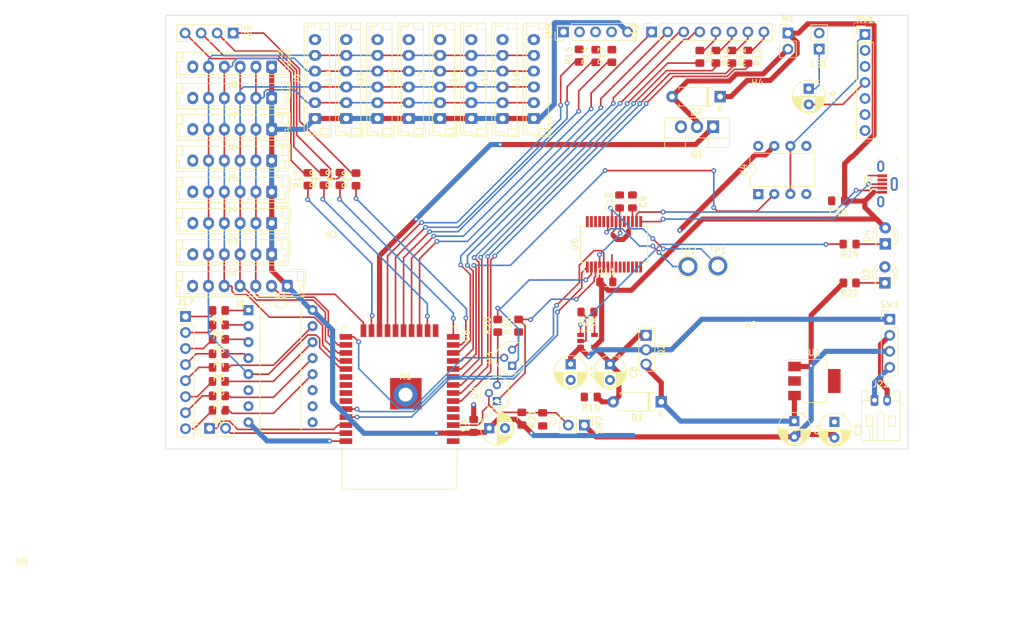
<source format=kicad_pcb>
(kicad_pcb (version 20171130) (host pcbnew "(5.1.5)-3")
  (title_block (title "Sink or be Sunk - Main/ESP32 PCB") (comment 1 "Joe Mislansky") (comment 2 "Garrett Brillhart") (comment 3 "Molly Arito") (comment 4 "Mitch Arndt"))
  (layers (0 F.Cu signal) (31 B.Cu signal) (34 B.Paste user) (35 F.Paste user) (36 B.SilkS user) (37 F.SilkS user) (38 B.Mask user) (39 F.Mask user) (44 Edge.Cuts user hide))
  (net 0 "")
  (net 1 GND)
  (net 2 VBUS)
  (net 3 +3V3)
  (net 4 +BATT)
  (net 5 /RESET)
  (net 6 /RXLED)
  (net 7 /TXLED)
  (net 8 /LCD_SCLK)
  (net 9 /LCD_MOSI)
  (net 10 /LCD_CS)
  (net 11 /KEYPAD_COL0)
  (net 12 /KEYPAD_COL1)
  (net 13 /KEYPAD_COL2)
  (net 14 /KEYPAD_COL3)
  (net 15 /MUX_ROW0)
  (net 16 /MUX_ROW1)
  (net 17 /MUX_ROW2)
  (net 18 /MUX_ROW3)
  (net 19 /MUX_ROW4)
  (net 20 /MUX_ROW5)
  (net 21 /MUX_ROW6)
  (net 22 /MUX_ROW7)
  (net 23 /MOTOR)
  (net 24 /GPIO0)
  (net 25 /DTR)
  (net 26 /RTS)
  (net 27 /KEYPAD_ROW0)
  (net 28 /KEYPAD_ROW1)
  (net 29 /KEYPAD_ROW2)
  (net 30 /KEYPAD_ROW3)
  (net 31 "Net-(RV1-Pad1)")
  (net 32 /SPEAKER)
  (net 33 /LED_OUT)
  (net 34 /MUX_COL_SEL0)
  (net 35 /MUX_COL_SEL1)
  (net 36 /MUX_COL_SEL2)
  (net 37 /MUX_ROW_SEL0)
  (net 38 /RXD0)
  (net 39 /TXD0)
  (net 40 /MUX_ROW_SEL1)
  (net 41 /MUX_ROW_SEL2)
  (net 42 "Net-(D2-Pad2)")
  (net 43 "Net-(U1-Pad6)")
  (net 44 "Net-(U5-Pad32)")
  (net 45 "Net-(U6-Pad28)")
  (net 46 "Net-(U6-Pad27)")
  (net 47 "Net-(U6-Pad26)")
  (net 48 "Net-(U6-Pad25)")
  (net 49 "Net-(U6-Pad24)")
  (net 50 "Net-(U6-Pad19)")
  (net 51 "Net-(U6-Pad14)")
  (net 52 "Net-(U6-Pad13)")
  (net 53 "Net-(U6-Pad12)")
  (net 54 "Net-(U6-Pad11)")
  (net 55 "Net-(U6-Pad10)")
  (net 56 "Net-(U6-Pad9)")
  (net 57 "Net-(U6-Pad8)")
  (net 58 "Net-(U6-Pad6)")
  (net 59 /MTDO)
  (net 60 /MTCK)
  (net 61 /MTDI)
  (net 62 /MTMS)
  (net 63 /DBG2)
  (net 64 /DBG1)
  (net 65 /VCCD4)
  (net 66 "Net-(Q3-Pad3)")
  (net 67 "Net-(D3-Pad1)")
  (net 68 /BOAT_INPUT)
  (net 69 "Net-(U5-Pad5)")
  (net 70 "Net-(U5-Pad4)")
  (net 71 /Vin)
  (net 72 "Net-(C6-Pad2)")
  (net 73 "Net-(C6-Pad1)")
  (net 74 "Net-(D4-Pad1)")
  (net 75 "Net-(J17-Pad8)")
  (net 76 "Net-(J17-Pad7)")
  (net 77 "Net-(J17-Pad6)")
  (net 78 "Net-(J17-Pad5)")
  (net 79 "Net-(J17-Pad4)")
  (net 80 "Net-(J17-Pad3)")
  (net 81 "Net-(J17-Pad2)")
  (net 82 "Net-(J17-Pad1)")
  (net 83 "Net-(J18-Pad8)")
  (net 84 "Net-(J18-Pad7)")
  (net 85 "Net-(J18-Pad6)")
  (net 86 "Net-(J18-Pad5)")
  (net 87 "Net-(J19-Pad4)")
  (net 88 "Net-(J19-Pad3)")
  (net 89 "Net-(J19-Pad2)")
  (net 90 "Net-(J20-Pad4)")
  (net 91 "Net-(J20-Pad3)")
  (net 92 "Net-(J20-Pad2)")
  (net 93 "Net-(J20-Pad1)")
  (net 94 "Net-(J22-Pad2)")
  (net 95 "Net-(J22-Pad1)")
  (net 96 "Net-(J23-Pad4)")
  (net 97 "Net-(J23-Pad3)")
  (net 98 "Net-(J23-Pad2)")
  (net 99 "Net-(Q4-Pad3)")
  (net 100 "Net-(R23-Pad1)")
  (net 101 "Net-(R23-Pad2)")
  (net 102 "Net-(R24-Pad2)")
  (module Connector_JST:JST_EH_B6B-EH-A_1x06_P2.50mm_Vertical (layer F.Cu) (at 434.594 80.8355 90)
    (fp_text reference J16 (at 6.25 -2.8 90) (layer F.SilkS))
    (fp_text value Grid_Conn)
    (pad 1 thru_hole roundrect (at 0 0 90) (size 1.7 1.95) (drill 0.95) (layers *.Cu *.Mask) (roundrect_rratio 0.147059) (net 3 +3V3))
    (pad 2 thru_hole oval (at 2.5 0 90) (size 1.7 1.95) (drill 0.95) (layers *.Cu *.Mask) (net 35 /MUX_COL_SEL1))
    (pad 3 thru_hole oval (at 5 0 90) (size 1.7 1.95) (drill 0.95) (layers *.Cu *.Mask) (net 36 /MUX_COL_SEL2))
    (pad 4 thru_hole oval (at 7.5 0 90) (size 1.7 1.95) (drill 0.95) (layers *.Cu *.Mask) (net 34 /MUX_COL_SEL0))
    (pad 5 thru_hole oval (at 10 0 90) (size 1.7 1.95) (drill 0.95) (layers *.Cu *.Mask) (net 68 /BOAT_INPUT))
    (pad 6 thru_hole oval (at 12.5 0 90) (size 1.7 1.95) (drill 0.95) (layers *.Cu *.Mask) (net 1 GND))
  )
  (module Connector_JST:JST_EH_B6B-EH-A_1x06_P2.50mm_Vertical (layer F.Cu) (at 429.641 80.8355 90)
    (fp_text reference J15 (at 6.25 -2.8 90) (layer F.SilkS))
    (fp_text value Grid_Conn)
    (pad 6 thru_hole oval (at 12.5 0 90) (size 1.7 1.95) (drill 0.95) (layers *.Cu *.Mask) (net 1 GND))
    (pad 5 thru_hole oval (at 10 0 90) (size 1.7 1.95) (drill 0.95) (layers *.Cu *.Mask) (net 68 /BOAT_INPUT))
    (pad 4 thru_hole oval (at 7.5 0 90) (size 1.7 1.95) (drill 0.95) (layers *.Cu *.Mask) (net 34 /MUX_COL_SEL0))
    (pad 3 thru_hole oval (at 5 0 90) (size 1.7 1.95) (drill 0.95) (layers *.Cu *.Mask) (net 36 /MUX_COL_SEL2))
    (pad 2 thru_hole oval (at 2.5 0 90) (size 1.7 1.95) (drill 0.95) (layers *.Cu *.Mask) (net 35 /MUX_COL_SEL1))
    (pad 1 thru_hole roundrect (at 0 0 90) (size 1.7 1.95) (drill 0.95) (layers *.Cu *.Mask) (roundrect_rratio 0.147059) (net 3 +3V3))
  )
  (module Connector_JST:JST_EH_B6B-EH-A_1x06_P2.50mm_Vertical (layer F.Cu) (at 424.688 80.8355 90)
    (fp_text reference J14 (at 6.25 -2.8 90) (layer F.SilkS))
    (fp_text value Grid_Conn)
    (pad 6 thru_hole oval (at 12.5 0 90) (size 1.7 1.95) (drill 0.95) (layers *.Cu *.Mask) (net 1 GND))
    (pad 5 thru_hole oval (at 10 0 90) (size 1.7 1.95) (drill 0.95) (layers *.Cu *.Mask) (net 68 /BOAT_INPUT))
    (pad 4 thru_hole oval (at 7.5 0 90) (size 1.7 1.95) (drill 0.95) (layers *.Cu *.Mask) (net 34 /MUX_COL_SEL0))
    (pad 3 thru_hole oval (at 5 0 90) (size 1.7 1.95) (drill 0.95) (layers *.Cu *.Mask) (net 36 /MUX_COL_SEL2))
    (pad 2 thru_hole oval (at 2.5 0 90) (size 1.7 1.95) (drill 0.95) (layers *.Cu *.Mask) (net 35 /MUX_COL_SEL1))
    (pad 1 thru_hole roundrect (at 0 0 90) (size 1.7 1.95) (drill 0.95) (layers *.Cu *.Mask) (roundrect_rratio 0.147059) (net 3 +3V3))
  )
  (module Connector_JST:JST_EH_B6B-EH-A_1x06_P2.50mm_Vertical (layer F.Cu) (at 419.735 80.8355 90)
    (fp_text reference J13 (at 6.25 -2.8 90) (layer F.SilkS))
    (fp_text value Grid_Conn)
    (pad 6 thru_hole oval (at 12.5 0 90) (size 1.7 1.95) (drill 0.95) (layers *.Cu *.Mask) (net 1 GND))
    (pad 5 thru_hole oval (at 10 0 90) (size 1.7 1.95) (drill 0.95) (layers *.Cu *.Mask) (net 68 /BOAT_INPUT))
    (pad 4 thru_hole oval (at 7.5 0 90) (size 1.7 1.95) (drill 0.95) (layers *.Cu *.Mask) (net 34 /MUX_COL_SEL0))
    (pad 3 thru_hole oval (at 5 0 90) (size 1.7 1.95) (drill 0.95) (layers *.Cu *.Mask) (net 36 /MUX_COL_SEL2))
    (pad 2 thru_hole oval (at 2.5 0 90) (size 1.7 1.95) (drill 0.95) (layers *.Cu *.Mask) (net 35 /MUX_COL_SEL1))
    (pad 1 thru_hole roundrect (at 0 0 90) (size 1.7 1.95) (drill 0.95) (layers *.Cu *.Mask) (roundrect_rratio 0.147059) (net 3 +3V3))
  )
  (module Connector_JST:JST_EH_B6B-EH-A_1x06_P2.50mm_Vertical (layer F.Cu) (at 414.782 80.8355 90)
    (fp_text reference J12 (at 6.25 -2.8 90) (layer F.SilkS))
    (fp_text value Grid_Conn)
    (pad 6 thru_hole oval (at 12.5 0 90) (size 1.7 1.95) (drill 0.95) (layers *.Cu *.Mask) (net 1 GND))
    (pad 5 thru_hole oval (at 10 0 90) (size 1.7 1.95) (drill 0.95) (layers *.Cu *.Mask) (net 68 /BOAT_INPUT))
    (pad 4 thru_hole oval (at 7.5 0 90) (size 1.7 1.95) (drill 0.95) (layers *.Cu *.Mask) (net 34 /MUX_COL_SEL0))
    (pad 3 thru_hole oval (at 5 0 90) (size 1.7 1.95) (drill 0.95) (layers *.Cu *.Mask) (net 36 /MUX_COL_SEL2))
    (pad 2 thru_hole oval (at 2.5 0 90) (size 1.7 1.95) (drill 0.95) (layers *.Cu *.Mask) (net 35 /MUX_COL_SEL1))
    (pad 1 thru_hole roundrect (at 0 0 90) (size 1.7 1.95) (drill 0.95) (layers *.Cu *.Mask) (roundrect_rratio 0.147059) (net 3 +3V3))
  )
  (module Connector_JST:JST_EH_B6B-EH-A_1x06_P2.50mm_Vertical (layer F.Cu) (at 409.829 80.8355 90)
    (fp_text reference J11 (at 6.25 -2.8 90) (layer F.SilkS))
    (fp_text value Grid_Conn)
    (pad 6 thru_hole oval (at 12.5 0 90) (size 1.7 1.95) (drill 0.95) (layers *.Cu *.Mask) (net 1 GND))
    (pad 5 thru_hole oval (at 10 0 90) (size 1.7 1.95) (drill 0.95) (layers *.Cu *.Mask) (net 68 /BOAT_INPUT))
    (pad 4 thru_hole oval (at 7.5 0 90) (size 1.7 1.95) (drill 0.95) (layers *.Cu *.Mask) (net 34 /MUX_COL_SEL0))
    (pad 3 thru_hole oval (at 5 0 90) (size 1.7 1.95) (drill 0.95) (layers *.Cu *.Mask) (net 36 /MUX_COL_SEL2))
    (pad 2 thru_hole oval (at 2.5 0 90) (size 1.7 1.95) (drill 0.95) (layers *.Cu *.Mask) (net 35 /MUX_COL_SEL1))
    (pad 1 thru_hole roundrect (at 0 0 90) (size 1.7 1.95) (drill 0.95) (layers *.Cu *.Mask) (roundrect_rratio 0.147059) (net 3 +3V3))
  )
  (module Connector_JST:JST_EH_B6B-EH-A_1x06_P2.50mm_Vertical (layer F.Cu) (at 404.876 80.8355 90)
    (fp_text reference J10 (at 6.25 -2.8 90) (layer F.SilkS))
    (fp_text value Grid_Conn)
    (pad 6 thru_hole oval (at 12.5 0 90) (size 1.7 1.95) (drill 0.95) (layers *.Cu *.Mask) (net 1 GND))
    (pad 5 thru_hole oval (at 10 0 90) (size 1.7 1.95) (drill 0.95) (layers *.Cu *.Mask) (net 68 /BOAT_INPUT))
    (pad 4 thru_hole oval (at 7.5 0 90) (size 1.7 1.95) (drill 0.95) (layers *.Cu *.Mask) (net 34 /MUX_COL_SEL0))
    (pad 3 thru_hole oval (at 5 0 90) (size 1.7 1.95) (drill 0.95) (layers *.Cu *.Mask) (net 36 /MUX_COL_SEL2))
    (pad 2 thru_hole oval (at 2.5 0 90) (size 1.7 1.95) (drill 0.95) (layers *.Cu *.Mask) (net 35 /MUX_COL_SEL1))
    (pad 1 thru_hole roundrect (at 0 0 90) (size 1.7 1.95) (drill 0.95) (layers *.Cu *.Mask) (roundrect_rratio 0.147059) (net 3 +3V3))
  )
  (module Connector_JST:JST_EH_B6B-EH-A_1x06_P2.50mm_Vertical (layer F.Cu) (at 399.923 80.8355 90)
    (fp_text reference J9 (at 6.25 -2.8 90) (layer F.SilkS))
    (fp_text value Grid_Conn)
    (pad 6 thru_hole oval (at 12.5 0 90) (size 1.7 1.95) (drill 0.95) (layers *.Cu *.Mask) (net 1 GND))
    (pad 5 thru_hole oval (at 10 0 90) (size 1.7 1.95) (drill 0.95) (layers *.Cu *.Mask) (net 68 /BOAT_INPUT))
    (pad 4 thru_hole oval (at 7.5 0 90) (size 1.7 1.95) (drill 0.95) (layers *.Cu *.Mask) (net 34 /MUX_COL_SEL0))
    (pad 3 thru_hole oval (at 5 0 90) (size 1.7 1.95) (drill 0.95) (layers *.Cu *.Mask) (net 36 /MUX_COL_SEL2))
    (pad 2 thru_hole oval (at 2.5 0 90) (size 1.7 1.95) (drill 0.95) (layers *.Cu *.Mask) (net 35 /MUX_COL_SEL1))
    (pad 1 thru_hole roundrect (at 0 0 90) (size 1.7 1.95) (drill 0.95) (layers *.Cu *.Mask) (roundrect_rratio 0.147059) (net 3 +3V3))
  )
  (module Connector_PinHeader_2.54mm:PinHeader_1x02_P2.54mm_Vertical (layer F.Cu) (at 479.806 69.85 180)
    (fp_text reference LS1 (at 0 -2.33) (layer F.SilkS))
    (fp_text value Speaker)
    (pad 2 thru_hole oval (at 0 2.54 180) (size 1.7 1.7) (drill 1) (layers *.Cu *.Mask) (net 1 GND))
    (pad 1 thru_hole rect (at 0 0 180) (size 1.7 1.7) (drill 1) (layers *.Cu *.Mask) (net 73 "Net-(C6-Pad1)"))
  )
  (module Connector_JST:JST_EH_B7B-EH-A_1x07_P2.50mm_Vertical (layer F.Cu) (at 395.5415 107.3785 180)
    (fp_text reference J1 (at 7.5 -2.8) (layer F.SilkS))
    (fp_text value Grid_Conn_LED)
    (pad 1 thru_hole roundrect (at 0 0 180) (size 1.7 1.95) (drill 0.95) (layers *.Cu *.Mask) (roundrect_rratio 0.147059) (net 3 +3V3))
    (pad 2 thru_hole oval (at 2.5 0 180) (size 1.7 1.95) (drill 0.95) (layers *.Cu *.Mask) (net 33 /LED_OUT))
    (pad 3 thru_hole oval (at 5 0 180) (size 1.7 1.95) (drill 0.95) (layers *.Cu *.Mask) (net 35 /MUX_COL_SEL1))
    (pad 4 thru_hole oval (at 7.5 0 180) (size 1.7 1.95) (drill 0.95) (layers *.Cu *.Mask) (net 36 /MUX_COL_SEL2))
    (pad 5 thru_hole oval (at 10 0 180) (size 1.7 1.95) (drill 0.95) (layers *.Cu *.Mask) (net 34 /MUX_COL_SEL0))
    (pad 6 thru_hole oval (at 12.5 0 180) (size 1.7 1.95) (drill 0.95) (layers *.Cu *.Mask) (net 68 /BOAT_INPUT))
    (pad 7 thru_hole oval (at 15 0 180) (size 1.7 1.95) (drill 0.95) (layers *.Cu *.Mask) (net 1 GND))
  )
  (module Connector_PinHeader_2.54mm:PinHeader_1x04_P2.54mm_Vertical (layer F.Cu) (at 386.969 67.31 270)
    (fp_text reference J20 (at 0 -2.33 90) (layer F.SilkS))
    (fp_text value JTAG_Conn)
    (pad 4 thru_hole oval (at 0 7.62 270) (size 1.7 1.7) (drill 1) (layers *.Cu *.Mask) (net 90 "Net-(J20-Pad4)"))
    (pad 3 thru_hole oval (at 0 5.08 270) (size 1.7 1.7) (drill 1) (layers *.Cu *.Mask) (net 91 "Net-(J20-Pad3)"))
    (pad 2 thru_hole oval (at 0 2.54 270) (size 1.7 1.7) (drill 1) (layers *.Cu *.Mask) (net 92 "Net-(J20-Pad2)"))
    (pad 1 thru_hole rect (at 0 0 270) (size 1.7 1.7) (drill 1) (layers *.Cu *.Mask) (net 93 "Net-(J20-Pad1)"))
  )
  (module Connector_PinHeader_2.54mm:PinHeader_1x08_P2.54mm_Vertical (layer F.Cu) (at 379.4125 112.2045)
    (fp_text reference J17 (at 0 -2.33) (layer F.SilkS))
    (fp_text value Mux_Conn)
    (pad 8 thru_hole oval (at 0 17.78) (size 1.7 1.7) (drill 1) (layers *.Cu *.Mask) (net 75 "Net-(J17-Pad8)"))
    (pad 7 thru_hole oval (at 0 15.24) (size 1.7 1.7) (drill 1) (layers *.Cu *.Mask) (net 76 "Net-(J17-Pad7)"))
    (pad 6 thru_hole oval (at 0 12.7) (size 1.7 1.7) (drill 1) (layers *.Cu *.Mask) (net 77 "Net-(J17-Pad6)"))
    (pad 5 thru_hole oval (at 0 10.16) (size 1.7 1.7) (drill 1) (layers *.Cu *.Mask) (net 78 "Net-(J17-Pad5)"))
    (pad 4 thru_hole oval (at 0 7.62) (size 1.7 1.7) (drill 1) (layers *.Cu *.Mask) (net 79 "Net-(J17-Pad4)"))
    (pad 3 thru_hole oval (at 0 5.08) (size 1.7 1.7) (drill 1) (layers *.Cu *.Mask) (net 80 "Net-(J17-Pad3)"))
    (pad 2 thru_hole oval (at 0 2.54) (size 1.7 1.7) (drill 1) (layers *.Cu *.Mask) (net 81 "Net-(J17-Pad2)"))
    (pad 1 thru_hole rect (at 0 0) (size 1.7 1.7) (drill 1) (layers *.Cu *.Mask) (net 82 "Net-(J17-Pad1)"))
  )
  (module RF_Module:ESP32-WROOM-32 (layer F.Cu) (at 413.3215 123.698 180)
    (fp_text reference U5 (at -10.61 8.43 90) (layer F.SilkS))
    (fp_text value ESP32-WROOM-32)
    (pad 38 smd rect (at 8.5 -8.255 180) (size 2 0.9) (layers F.Cu F.Paste F.Mask) (net 1 GND))
    (pad 37 smd rect (at 8.5 -6.985 180) (size 2 0.9) (layers F.Cu F.Paste F.Mask) (net 63 /DBG2))
    (pad 36 smd rect (at 8.5 -5.715 180) (size 2 0.9) (layers F.Cu F.Paste F.Mask) (net 64 /DBG1))
    (pad 35 smd rect (at 8.5 -4.445 180) (size 2 0.9) (layers F.Cu F.Paste F.Mask) (net 39 /TXD0))
    (pad 34 smd rect (at 8.5 -3.175 180) (size 2 0.9) (layers F.Cu F.Paste F.Mask) (net 38 /RXD0))
    (pad 33 smd rect (at 8.5 -1.905 180) (size 2 0.9) (layers F.Cu F.Paste F.Mask) (net 41 /MUX_ROW_SEL2))
    (pad 32 smd rect (at 8.5 -0.635 180) (size 2 0.9) (layers F.Cu F.Paste F.Mask) (net 44 "Net-(U5-Pad32)"))
    (pad 31 smd rect (at 8.5 0.635 180) (size 2 0.9) (layers F.Cu F.Paste F.Mask) (net 40 /MUX_ROW_SEL1))
    (pad 30 smd rect (at 8.5 1.905 180) (size 2 0.9) (layers F.Cu F.Paste F.Mask) (net 37 /MUX_ROW_SEL0))
    (pad 29 smd rect (at 8.5 3.175 180) (size 2 0.9) (layers F.Cu F.Paste F.Mask) (net 68 /BOAT_INPUT))
    (pad 28 smd rect (at 8.5 4.445 180) (size 2 0.9) (layers F.Cu F.Paste F.Mask) (net 34 /MUX_COL_SEL0))
    (pad 27 smd rect (at 8.5 5.715 180) (size 2 0.9) (layers F.Cu F.Paste F.Mask) (net 36 /MUX_COL_SEL2))
    (pad 26 smd rect (at 8.5 6.985 180) (size 2 0.9) (layers F.Cu F.Paste F.Mask) (net 35 /MUX_COL_SEL1))
    (pad 25 smd rect (at 8.5 8.255 180) (size 2 0.9) (layers F.Cu F.Paste F.Mask) (net 24 /GPIO0))
    (pad 24 smd rect (at 5.715 9.255 270) (size 2 0.9) (layers F.Cu F.Paste F.Mask) (net 33 /LED_OUT))
    (pad 23 smd rect (at 4.445 9.255 270) (size 2 0.9) (layers F.Cu F.Paste F.Mask) (net 59 /MTDO))
    (pad 22 smd rect (at 3.175 9.255 270) (size 2 0.9) (layers F.Cu F.Paste F.Mask) (net 23 /MOTOR))
    (pad 21 smd rect (at 1.905 9.255 270) (size 2 0.9) (layers F.Cu F.Paste F.Mask) (net 9 /LCD_MOSI))
    (pad 20 smd rect (at 0.635 9.255 270) (size 2 0.9) (layers F.Cu F.Paste F.Mask) (net 8 /LCD_SCLK))
    (pad 19 smd rect (at -0.635 9.255 270) (size 2 0.9) (layers F.Cu F.Paste F.Mask) (net 10 /LCD_CS))
    (pad 18 smd rect (at -1.905 9.255 270) (size 2 0.9) (layers F.Cu F.Paste F.Mask) (net 11 /KEYPAD_COL0))
    (pad 17 smd rect (at -3.175 9.255 270) (size 2 0.9) (layers F.Cu F.Paste F.Mask) (net 12 /KEYPAD_COL1))
    (pad 16 smd rect (at -4.445 9.255 270) (size 2 0.9) (layers F.Cu F.Paste F.Mask) (net 60 /MTCK))
    (pad 15 smd rect (at -5.715 9.255 270) (size 2 0.9) (layers F.Cu F.Paste F.Mask) (net 1 GND))
    (pad 14 smd rect (at -8.5 8.255 180) (size 2 0.9) (layers F.Cu F.Paste F.Mask) (net 61 /MTDI))
    (pad 13 smd rect (at -8.5 6.985 180) (size 2 0.9) (layers F.Cu F.Paste F.Mask) (net 62 /MTMS))
    (pad 12 smd rect (at -8.5 5.715 180) (size 2 0.9) (layers F.Cu F.Paste F.Mask) (net 13 /KEYPAD_COL2))
    (pad 11 smd rect (at -8.5 4.445 180) (size 2 0.9) (layers F.Cu F.Paste F.Mask) (net 14 /KEYPAD_COL3))
    (pad 10 smd rect (at -8.5 3.175 180) (size 2 0.9) (layers F.Cu F.Paste F.Mask) (net 32 /SPEAKER))
    (pad 9 smd rect (at -8.5 1.905 180) (size 2 0.9) (layers F.Cu F.Paste F.Mask) (net 27 /KEYPAD_ROW0))
    (pad 8 smd rect (at -8.5 0.635 180) (size 2 0.9) (layers F.Cu F.Paste F.Mask) (net 28 /KEYPAD_ROW1))
    (pad 7 smd rect (at -8.5 -0.635 180) (size 2 0.9) (layers F.Cu F.Paste F.Mask) (net 29 /KEYPAD_ROW2))
    (pad 6 smd rect (at -8.5 -1.905 180) (size 2 0.9) (layers F.Cu F.Paste F.Mask) (net 30 /KEYPAD_ROW3))
    (pad 5 smd rect (at -8.5 -3.175 180) (size 2 0.9) (layers F.Cu F.Paste F.Mask) (net 69 "Net-(U5-Pad5)"))
    (pad 4 smd rect (at -8.5 -4.445 180) (size 2 0.9) (layers F.Cu F.Paste F.Mask) (net 70 "Net-(U5-Pad4)"))
    (pad 3 smd rect (at -8.5 -5.715 180) (size 2 0.9) (layers F.Cu F.Paste F.Mask) (net 5 /RESET))
    (pad 2 smd rect (at -8.5 -6.985 180) (size 2 0.9) (layers F.Cu F.Paste F.Mask) (net 3 +3V3))
    (pad 1 smd rect (at -8.5 -8.255 180) (size 2 0.9) (layers F.Cu F.Paste F.Mask) (net 1 GND))
    (pad 39 smd rect (at -1 -0.755 180) (size 5 5) (layers F.Cu F.Paste F.Mask) (net 1 GND))
  )
  (module Package_DIP:DIP-16_W10.16mm (layer F.Cu) (at 389.382 111.1885)
    (fp_text reference U1 (at 5.08 -2.33) (layer F.SilkS))
    (fp_text value SN74HC151N)
    (pad 16 thru_hole oval (at 10.16 0) (size 1.6 1.6) (drill 0.8) (layers *.Cu *.Mask) (net 3 +3V3))
    (pad 8 thru_hole oval (at 0 17.78) (size 1.6 1.6) (drill 0.8) (layers *.Cu *.Mask) (net 1 GND))
    (pad 15 thru_hole oval (at 10.16 2.54) (size 1.6 1.6) (drill 0.8) (layers *.Cu *.Mask) (net 19 /MUX_ROW4))
    (pad 7 thru_hole oval (at 0 15.24) (size 1.6 1.6) (drill 0.8) (layers *.Cu *.Mask) (net 1 GND))
    (pad 14 thru_hole oval (at 10.16 5.08) (size 1.6 1.6) (drill 0.8) (layers *.Cu *.Mask) (net 20 /MUX_ROW5))
    (pad 6 thru_hole oval (at 0 12.7) (size 1.6 1.6) (drill 0.8) (layers *.Cu *.Mask) (net 43 "Net-(U1-Pad6)"))
    (pad 13 thru_hole oval (at 10.16 7.62) (size 1.6 1.6) (drill 0.8) (layers *.Cu *.Mask) (net 21 /MUX_ROW6))
    (pad 5 thru_hole oval (at 0 10.16) (size 1.6 1.6) (drill 0.8) (layers *.Cu *.Mask) (net 68 /BOAT_INPUT))
    (pad 12 thru_hole oval (at 10.16 10.16) (size 1.6 1.6) (drill 0.8) (layers *.Cu *.Mask) (net 22 /MUX_ROW7))
    (pad 4 thru_hole oval (at 0 7.62) (size 1.6 1.6) (drill 0.8) (layers *.Cu *.Mask) (net 15 /MUX_ROW0))
    (pad 11 thru_hole oval (at 10.16 12.7) (size 1.6 1.6) (drill 0.8) (layers *.Cu *.Mask) (net 37 /MUX_ROW_SEL0))
    (pad 3 thru_hole oval (at 0 5.08) (size 1.6 1.6) (drill 0.8) (layers *.Cu *.Mask) (net 16 /MUX_ROW1))
    (pad 10 thru_hole oval (at 10.16 15.24) (size 1.6 1.6) (drill 0.8) (layers *.Cu *.Mask) (net 40 /MUX_ROW_SEL1))
    (pad 2 thru_hole oval (at 0 2.54) (size 1.6 1.6) (drill 0.8) (layers *.Cu *.Mask) (net 17 /MUX_ROW2))
    (pad 9 thru_hole oval (at 10.16 17.78) (size 1.6 1.6) (drill 0.8) (layers *.Cu *.Mask) (net 41 /MUX_ROW_SEL2))
    (pad 1 thru_hole rect (at 0 0) (size 1.6 1.6) (drill 0.8) (layers *.Cu *.Mask) (net 18 /MUX_ROW3))
  )
  (module Connector_JST:JST_EH_B6B-EH-A_1x06_P2.50mm_Vertical (layer F.Cu) (at 393.065 72.644 180)
    (fp_text reference J8 (at 6.25 -2.8) (layer F.SilkS))
    (fp_text value Grid_Conn)
    (pad 1 thru_hole roundrect (at 0 0 180) (size 1.7 1.95) (drill 0.95) (layers *.Cu *.Mask) (roundrect_rratio 0.147059) (net 3 +3V3))
    (pad 2 thru_hole oval (at 2.5 0 180) (size 1.7 1.95) (drill 0.95) (layers *.Cu *.Mask) (net 35 /MUX_COL_SEL1))
    (pad 3 thru_hole oval (at 5 0 180) (size 1.7 1.95) (drill 0.95) (layers *.Cu *.Mask) (net 36 /MUX_COL_SEL2))
    (pad 4 thru_hole oval (at 7.5 0 180) (size 1.7 1.95) (drill 0.95) (layers *.Cu *.Mask) (net 34 /MUX_COL_SEL0))
    (pad 5 thru_hole oval (at 10 0 180) (size 1.7 1.95) (drill 0.95) (layers *.Cu *.Mask) (net 68 /BOAT_INPUT))
    (pad 6 thru_hole oval (at 12.5 0 180) (size 1.7 1.95) (drill 0.95) (layers *.Cu *.Mask) (net 1 GND))
  )
  (module Connector_JST:JST_EH_B6B-EH-A_1x06_P2.50mm_Vertical (layer F.Cu) (at 393.065 77.597 180)
    (fp_text reference J7 (at 6.25 -2.8) (layer F.SilkS))
    (fp_text value Grid_Conn)
    (pad 1 thru_hole roundrect (at 0 0 180) (size 1.7 1.95) (drill 0.95) (layers *.Cu *.Mask) (roundrect_rratio 0.147059) (net 3 +3V3))
    (pad 2 thru_hole oval (at 2.5 0 180) (size 1.7 1.95) (drill 0.95) (layers *.Cu *.Mask) (net 35 /MUX_COL_SEL1))
    (pad 3 thru_hole oval (at 5 0 180) (size 1.7 1.95) (drill 0.95) (layers *.Cu *.Mask) (net 36 /MUX_COL_SEL2))
    (pad 4 thru_hole oval (at 7.5 0 180) (size 1.7 1.95) (drill 0.95) (layers *.Cu *.Mask) (net 34 /MUX_COL_SEL0))
    (pad 5 thru_hole oval (at 10 0 180) (size 1.7 1.95) (drill 0.95) (layers *.Cu *.Mask) (net 68 /BOAT_INPUT))
    (pad 6 thru_hole oval (at 12.5 0 180) (size 1.7 1.95) (drill 0.95) (layers *.Cu *.Mask) (net 1 GND))
  )
  (module Connector_JST:JST_EH_B6B-EH-A_1x06_P2.50mm_Vertical (layer F.Cu) (at 393.065 82.55 180)
    (fp_text reference J6 (at 6.25 -2.8) (layer F.SilkS))
    (fp_text value Grid_Conn)
    (pad 1 thru_hole roundrect (at 0 0 180) (size 1.7 1.95) (drill 0.95) (layers *.Cu *.Mask) (roundrect_rratio 0.147059) (net 3 +3V3))
    (pad 2 thru_hole oval (at 2.5 0 180) (size 1.7 1.95) (drill 0.95) (layers *.Cu *.Mask) (net 35 /MUX_COL_SEL1))
    (pad 3 thru_hole oval (at 5 0 180) (size 1.7 1.95) (drill 0.95) (layers *.Cu *.Mask) (net 36 /MUX_COL_SEL2))
    (pad 4 thru_hole oval (at 7.5 0 180) (size 1.7 1.95) (drill 0.95) (layers *.Cu *.Mask) (net 34 /MUX_COL_SEL0))
    (pad 5 thru_hole oval (at 10 0 180) (size 1.7 1.95) (drill 0.95) (layers *.Cu *.Mask) (net 68 /BOAT_INPUT))
    (pad 6 thru_hole oval (at 12.5 0 180) (size 1.7 1.95) (drill 0.95) (layers *.Cu *.Mask) (net 1 GND))
  )
  (module Connector_JST:JST_EH_B6B-EH-A_1x06_P2.50mm_Vertical (layer F.Cu) (at 393.065 87.503 180)
    (fp_text reference J5 (at 6.25 -2.8) (layer F.SilkS))
    (fp_text value Grid_Conn)
    (pad 1 thru_hole roundrect (at 0 0 180) (size 1.7 1.95) (drill 0.95) (layers *.Cu *.Mask) (roundrect_rratio 0.147059) (net 3 +3V3))
    (pad 2 thru_hole oval (at 2.5 0 180) (size 1.7 1.95) (drill 0.95) (layers *.Cu *.Mask) (net 35 /MUX_COL_SEL1))
    (pad 3 thru_hole oval (at 5 0 180) (size 1.7 1.95) (drill 0.95) (layers *.Cu *.Mask) (net 36 /MUX_COL_SEL2))
    (pad 4 thru_hole oval (at 7.5 0 180) (size 1.7 1.95) (drill 0.95) (layers *.Cu *.Mask) (net 34 /MUX_COL_SEL0))
    (pad 5 thru_hole oval (at 10 0 180) (size 1.7 1.95) (drill 0.95) (layers *.Cu *.Mask) (net 68 /BOAT_INPUT))
    (pad 6 thru_hole oval (at 12.5 0 180) (size 1.7 1.95) (drill 0.95) (layers *.Cu *.Mask) (net 1 GND))
  )
  (module Connector_JST:JST_EH_B6B-EH-A_1x06_P2.50mm_Vertical (layer F.Cu) (at 393.065 92.456 180)
    (fp_text reference J4 (at 6.25 -2.8) (layer F.SilkS))
    (fp_text value Grid_Conn)
    (pad 1 thru_hole roundrect (at 0 0 180) (size 1.7 1.95) (drill 0.95) (layers *.Cu *.Mask) (roundrect_rratio 0.147059) (net 3 +3V3))
    (pad 2 thru_hole oval (at 2.5 0 180) (size 1.7 1.95) (drill 0.95) (layers *.Cu *.Mask) (net 35 /MUX_COL_SEL1))
    (pad 3 thru_hole oval (at 5 0 180) (size 1.7 1.95) (drill 0.95) (layers *.Cu *.Mask) (net 36 /MUX_COL_SEL2))
    (pad 4 thru_hole oval (at 7.5 0 180) (size 1.7 1.95) (drill 0.95) (layers *.Cu *.Mask) (net 34 /MUX_COL_SEL0))
    (pad 5 thru_hole oval (at 10 0 180) (size 1.7 1.95) (drill 0.95) (layers *.Cu *.Mask) (net 68 /BOAT_INPUT))
    (pad 6 thru_hole oval (at 12.5 0 180) (size 1.7 1.95) (drill 0.95) (layers *.Cu *.Mask) (net 1 GND))
  )
  (module Connector_JST:JST_EH_B6B-EH-A_1x06_P2.50mm_Vertical (layer F.Cu) (at 393.065 97.409 180)
    (fp_text reference J3 (at 6.25 -2.8) (layer F.SilkS))
    (fp_text value Grid_Conn)
    (pad 1 thru_hole roundrect (at 0 0 180) (size 1.7 1.95) (drill 0.95) (layers *.Cu *.Mask) (roundrect_rratio 0.147059) (net 3 +3V3))
    (pad 2 thru_hole oval (at 2.5 0 180) (size 1.7 1.95) (drill 0.95) (layers *.Cu *.Mask) (net 35 /MUX_COL_SEL1))
    (pad 3 thru_hole oval (at 5 0 180) (size 1.7 1.95) (drill 0.95) (layers *.Cu *.Mask) (net 36 /MUX_COL_SEL2))
    (pad 4 thru_hole oval (at 7.5 0 180) (size 1.7 1.95) (drill 0.95) (layers *.Cu *.Mask) (net 34 /MUX_COL_SEL0))
    (pad 5 thru_hole oval (at 10 0 180) (size 1.7 1.95) (drill 0.95) (layers *.Cu *.Mask) (net 68 /BOAT_INPUT))
    (pad 6 thru_hole oval (at 12.5 0 180) (size 1.7 1.95) (drill 0.95) (layers *.Cu *.Mask) (net 1 GND))
  )
  (module Connector_JST:JST_EH_B6B-EH-A_1x06_P2.50mm_Vertical (layer F.Cu) (at 393.065 102.362 180)
    (fp_text reference J2 (at 6.25 -2.8) (layer F.SilkS))
    (fp_text value Grid_Conn)
    (pad 1 thru_hole roundrect (at 0 0 180) (size 1.7 1.95) (drill 0.95) (layers *.Cu *.Mask) (roundrect_rratio 0.147059) (net 3 +3V3))
    (pad 2 thru_hole oval (at 2.5 0 180) (size 1.7 1.95) (drill 0.95) (layers *.Cu *.Mask) (net 35 /MUX_COL_SEL1))
    (pad 3 thru_hole oval (at 5 0 180) (size 1.7 1.95) (drill 0.95) (layers *.Cu *.Mask) (net 36 /MUX_COL_SEL2))
    (pad 4 thru_hole oval (at 7.5 0 180) (size 1.7 1.95) (drill 0.95) (layers *.Cu *.Mask) (net 34 /MUX_COL_SEL0))
    (pad 5 thru_hole oval (at 10 0 180) (size 1.7 1.95) (drill 0.95) (layers *.Cu *.Mask) (net 68 /BOAT_INPUT))
    (pad 6 thru_hole oval (at 12.5 0 180) (size 1.7 1.95) (drill 0.95) (layers *.Cu *.Mask) (net 1 GND))
  )
  (module Package_TO_SOT_THT:TO-251-3_Vertical (layer F.Cu) (at 452.374 115.189 270)
    (fp_text reference Q2 (at 2.29 -2.39 90) (layer F.SilkS))
    (fp_text value Q_PMOS_DGS)
    (pad 3 thru_hole oval (at 4.58 0 270) (size 1.7175 1.8) (drill 1.1) (layers *.Cu *.Mask) (net 71 /Vin))
    (pad 2 thru_hole oval (at 2.29 0 270) (size 1.7175 1.8) (drill 1.1) (layers *.Cu *.Mask) (net 4 +BATT))
    (pad 1 thru_hole rect (at 0 0 270) (size 1.7175 1.8) (drill 1.1) (layers *.Cu *.Mask) (net 2 VBUS))
  )
  (module PCB_ESP32:PinHeader_1x07_P2.54mm_Vertical (layer F.Cu) (at 487.0704 67.5132)
    (fp_text reference RV1 (at 0 -2.33) (layer F.SilkS))
    (fp_text value R_POT)
    (pad 7 thru_hole oval (at 0 15.24) (size 1.7 1.7) (drill 1) (layers *.Cu *.Mask) (net 1 GND))
    (pad 6 thru_hole oval (at 0 12.7) (size 1.7 1.7) (drill 1) (layers *.Cu *.Mask))
    (pad 5 thru_hole oval (at 0 10.16) (size 1.7 1.7) (drill 1) (layers *.Cu *.Mask))
    (pad 4 thru_hole oval (at 0 7.62) (size 1.7 1.7) (drill 1) (layers *.Cu *.Mask) (net 72 "Net-(C6-Pad2)"))
    (pad 3 thru_hole oval (at 0 5.08) (size 1.7 1.7) (drill 1) (layers *.Cu *.Mask))
    (pad 2 thru_hole oval (at 0 2.54) (size 1.7 1.7) (drill 1) (layers *.Cu *.Mask))
    (pad 1 thru_hole rect (at 0 0) (size 1.7 1.7) (drill 1) (layers *.Cu *.Mask) (net 31 "Net-(RV1-Pad1)"))
  )
  (module Capacitor_THT:CP_Radial_D5.0mm_P2.50mm (layer F.Cu) (at 446.659 119.761 270)
    (fp_text reference C8 (at 1.25 -3.75 90) (layer F.SilkS))
    (fp_text value 4.7uF)
    (pad 2 thru_hole circle (at 2.5 0 270) (size 1.6 1.6) (drill 0.8) (layers *.Cu *.Mask) (net 1 GND))
    (pad 1 thru_hole rect (at 0 0 270) (size 1.6 1.6) (drill 0.8) (layers *.Cu *.Mask) (net 2 VBUS))
  )
  (module Capacitor_THT:CP_Radial_D5.0mm_P2.50mm (layer F.Cu) (at 440.436 119.761 270)
    (fp_text reference C7 (at 1.25 -3.75 90) (layer F.SilkS))
    (fp_text value 4.7uF)
    (pad 2 thru_hole circle (at 2.5 0 270) (size 1.6 1.6) (drill 0.8) (layers *.Cu *.Mask) (net 1 GND))
    (pad 1 thru_hole rect (at 0 0 270) (size 1.6 1.6) (drill 0.8) (layers *.Cu *.Mask) (net 4 +BATT))
  )
  (module Capacitor_THT:CP_Radial_D5.0mm_P2.50mm (layer F.Cu) (at 478.155 76.1111 270)
    (fp_text reference C6 (at 1.25 -3.75 90) (layer F.SilkS))
    (fp_text value 10uF)
    (pad 2 thru_hole circle (at 2.5 0 270) (size 1.6 1.6) (drill 0.8) (layers *.Cu *.Mask) (net 72 "Net-(C6-Pad2)"))
    (pad 1 thru_hole rect (at 0 0 270) (size 1.6 1.6) (drill 0.8) (layers *.Cu *.Mask) (net 73 "Net-(C6-Pad1)"))
  )
  (module Capacitor_THT:CP_Radial_D5.0mm_P2.50mm (layer F.Cu) (at 427.5328 129.8956)
    (fp_text reference C5 (at 1.25 -3.75) (layer F.SilkS))
    (fp_text value 10uF)
    (pad 2 thru_hole circle (at 2.5 0) (size 1.6 1.6) (drill 0.8) (layers *.Cu *.Mask) (net 1 GND))
    (pad 1 thru_hole rect (at 0 0) (size 1.6 1.6) (drill 0.8) (layers *.Cu *.Mask) (net 3 +3V3))
  )
  (module Capacitor_THT:CP_Radial_D5.0mm_P2.50mm (layer F.Cu) (at 482.219 128.905 270)
    (fp_text reference C2 (at 1.25 -3.75 90) (layer F.SilkS))
    (fp_text value 1uF)
    (pad 2 thru_hole circle (at 2.5 0 270) (size 1.6 1.6) (drill 0.8) (layers *.Cu *.Mask) (net 1 GND))
    (pad 1 thru_hole rect (at 0 0 270) (size 1.6 1.6) (drill 0.8) (layers *.Cu *.Mask) (net 3 +3V3))
  )
  (module Capacitor_THT:CP_Radial_D5.0mm_P2.50mm (layer F.Cu) (at 475.869 128.778 270)
    (fp_text reference C1 (at 1.25 -3.75 90) (layer F.SilkS))
    (fp_text value 4.7uF)
    (pad 2 thru_hole circle (at 2.5 0 270) (size 1.6 1.6) (drill 0.8) (layers *.Cu *.Mask) (net 1 GND))
    (pad 1 thru_hole rect (at 0 0 270) (size 1.6 1.6) (drill 0.8) (layers *.Cu *.Mask) (net 71 /Vin))
  )
  (module PCB_ESP32:MountingHole_3.2mm_M3 (layer F.Cu) (at 353.5045 155.2575)
    (fp_text reference H5 (at 0 -4.2) (layer F.SilkS))
    (fp_text value Mounting)
    (pad 1 np_thru_hole circle (at 0 0) (size 3.2 3.2) (drill 3.2) (layers *.Cu *.Mask))
  )
  (module PCB_ESP32:MountingHole_3.2mm_M3 (layer F.Cu) (at 470.027 79.375)
    (fp_text reference H4 (at 0 -4.2) (layer F.SilkS))
    (fp_text value Mounting)
    (pad 1 np_thru_hole circle (at 0 0) (size 3.2 3.2) (drill 3.2) (layers *.Cu *.Mask))
  )
  (module PCB_ESP32:MountingHole_3.2mm_M3 (layer F.Cu) (at 402.463 103.4415)
    (fp_text reference H3 (at 0 -4.2) (layer F.SilkS))
    (fp_text value Mounting)
    (pad 1 np_thru_hole circle (at 0 0) (size 3.2 3.2) (drill 3.2) (layers *.Cu *.Mask))
  )
  (module PCB_ESP32:MountingHole_3.2mm_M3 (layer F.Cu) (at 468.9602 117.729)
    (fp_text reference H2 (at 0 -4.2) (layer F.SilkS))
    (fp_text value Mounting)
    (pad 1 np_thru_hole circle (at 0 0) (size 3.2 3.2) (drill 3.2) (layers *.Cu *.Mask))
  )
  (module TestPoint:TestPoint_Plated_Hole_D2.0mm (layer F.Cu) (at 459.0288 104.2924)
    (fp_text reference TP2 (at 0 -2.498) (layer F.SilkS))
    (fp_text value TestPoint)
    (pad 1 thru_hole circle (at 0 0) (size 3 3) (drill 2) (layers *.Cu *.Mask) (net 7 /TXLED))
  )
  (module TestPoint:TestPoint_Plated_Hole_D2.0mm (layer F.Cu) (at 463.7532 104.1908)
    (fp_text reference TP1 (at 0 -2.498) (layer F.SilkS))
    (fp_text value TestPoint)
    (pad 1 thru_hole circle (at 0 0) (size 3 3) (drill 2) (layers *.Cu *.Mask) (net 6 /RXLED))
  )
  (module Diode_THT:D_A-405_P7.62mm_Horizontal (layer F.Cu) (at 464.1088 77.3684 180)
    (fp_text reference D2 (at 3.81 -2.47) (layer F.SilkS))
    (fp_text value D)
    (fp_text user K (at 0 -1.9) (layer F.SilkS))
    (pad 2 thru_hole oval (at 7.62 0 180) (size 1.8 1.8) (drill 0.9) (layers *.Cu *.Mask) (net 42 "Net-(D2-Pad2)"))
    (pad 1 thru_hole rect (at 0 0 180) (size 1.8 1.8) (drill 0.9) (layers *.Cu *.Mask) (net 2 VBUS))
  )
  (module Diode_THT:D_A-405_P7.62mm_Horizontal (layer F.Cu) (at 454.787 125.73 180)
    (fp_text reference D1 (at 3.81 -2.47) (layer F.SilkS))
    (fp_text value D)
    (fp_text user K (at 0 -1.9) (layer F.SilkS))
    (pad 2 thru_hole oval (at 7.62 0 180) (size 1.8 1.8) (drill 0.9) (layers *.Cu *.Mask) (net 2 VBUS))
    (pad 1 thru_hole rect (at 0 0 180) (size 1.8 1.8) (drill 0.9) (layers *.Cu *.Mask) (net 71 /Vin))
  )
  (module Resistor_SMD:R_0805_2012Metric_Pad1.20x1.40mm_HandSolder (layer F.Cu) (at 406.4254 90.4842 90)
    (fp_text reference R20 (at 0 -1.65 90) (layer F.SilkS))
    (fp_text value 20)
    (pad 2 smd roundrect (at 1 0 90) (size 1.2 1.4) (layers F.Cu F.Paste F.Mask) (roundrect_rratio 0.2083325) (net 93 "Net-(J20-Pad1)"))
    (pad 1 smd roundrect (at -1 0 90) (size 1.2 1.4) (layers F.Cu F.Paste F.Mask) (roundrect_rratio 0.2083325) (net 62 /MTMS))
  )
  (module Resistor_SMD:R_0805_2012Metric_Pad1.20x1.40mm_HandSolder (layer F.Cu) (at 403.8854 90.3986 90)
    (fp_text reference R19 (at 0 -1.65 90) (layer F.SilkS))
    (fp_text value 20)
    (pad 2 smd roundrect (at 1 0 90) (size 1.2 1.4) (layers F.Cu F.Paste F.Mask) (roundrect_rratio 0.2083325) (net 92 "Net-(J20-Pad2)"))
    (pad 1 smd roundrect (at -1 0 90) (size 1.2 1.4) (layers F.Cu F.Paste F.Mask) (roundrect_rratio 0.2083325) (net 61 /MTDI))
  )
  (module Resistor_SMD:R_0805_2012Metric_Pad1.20x1.40mm_HandSolder (layer F.Cu) (at 401.3454 90.3986 90)
    (fp_text reference R18 (at 0 -1.65 90) (layer F.SilkS))
    (fp_text value 20)
    (pad 2 smd roundrect (at 1 0 90) (size 1.2 1.4) (layers F.Cu F.Paste F.Mask) (roundrect_rratio 0.2083325) (net 91 "Net-(J20-Pad3)"))
    (pad 1 smd roundrect (at -1 0 90) (size 1.2 1.4) (layers F.Cu F.Paste F.Mask) (roundrect_rratio 0.2083325) (net 60 /MTCK))
  )
  (module Resistor_SMD:R_0805_2012Metric_Pad1.20x1.40mm_HandSolder (layer F.Cu) (at 384.683 127.0635 180)
    (fp_text reference R8 (at 0 -1.65) (layer F.SilkS))
    (fp_text value 20)
    (pad 2 smd roundrect (at 1 0 180) (size 1.2 1.4) (layers F.Cu F.Paste F.Mask) (roundrect_rratio 0.2083325) (net 75 "Net-(J17-Pad8)"))
    (pad 1 smd roundrect (at -1 0 180) (size 1.2 1.4) (layers F.Cu F.Paste F.Mask) (roundrect_rratio 0.2083325) (net 22 /MUX_ROW7))
  )
  (module Resistor_SMD:R_0805_2012Metric_Pad1.20x1.40mm_HandSolder (layer F.Cu) (at 398.8054 90.4494 90)
    (fp_text reference R17 (at 0 -1.65 90) (layer F.SilkS))
    (fp_text value 20)
    (pad 2 smd roundrect (at 1 0 90) (size 1.2 1.4) (layers F.Cu F.Paste F.Mask) (roundrect_rratio 0.2083325) (net 90 "Net-(J20-Pad4)"))
    (pad 1 smd roundrect (at -1 0 90) (size 1.2 1.4) (layers F.Cu F.Paste F.Mask) (roundrect_rratio 0.2083325) (net 59 /MTDO))
  )
  (module Resistor_SMD:R_0805_2012Metric_Pad1.20x1.40mm_HandSolder (layer F.Cu) (at 441.7695 70.8787 90)
    (fp_text reference R15 (at 0 -1.65 90) (layer F.SilkS))
    (fp_text value 20)
    (pad 2 smd roundrect (at 1 0 90) (size 1.2 1.4) (layers F.Cu F.Paste F.Mask) (roundrect_rratio 0.2083325) (net 89 "Net-(J19-Pad2)"))
    (pad 1 smd roundrect (at -1 0 90) (size 1.2 1.4) (layers F.Cu F.Paste F.Mask) (roundrect_rratio 0.2083325) (net 9 /LCD_MOSI))
  )
  (module Resistor_SMD:R_0805_2012Metric_Pad1.20x1.40mm_HandSolder (layer F.Cu) (at 444.4111 70.9455 90)
    (fp_text reference R14 (at 0 -1.65 90) (layer F.SilkS))
    (fp_text value 20)
    (pad 2 smd roundrect (at 1 0 90) (size 1.2 1.4) (layers F.Cu F.Paste F.Mask) (roundrect_rratio 0.2083325) (net 88 "Net-(J19-Pad3)"))
    (pad 1 smd roundrect (at -1 0 90) (size 1.2 1.4) (layers F.Cu F.Paste F.Mask) (roundrect_rratio 0.2083325) (net 8 /LCD_SCLK))
  )
  (module Resistor_SMD:R_0805_2012Metric_Pad1.20x1.40mm_HandSolder (layer F.Cu) (at 446.9511 70.9295 90)
    (fp_text reference R13 (at 0 -1.65 90) (layer F.SilkS))
    (fp_text value 20)
    (pad 2 smd roundrect (at 1 0 90) (size 1.2 1.4) (layers F.Cu F.Paste F.Mask) (roundrect_rratio 0.2083325) (net 87 "Net-(J19-Pad4)"))
    (pad 1 smd roundrect (at -1 0 90) (size 1.2 1.4) (layers F.Cu F.Paste F.Mask) (roundrect_rratio 0.2083325) (net 10 /LCD_CS))
  )
  (module Resistor_SMD:R_0805_2012Metric_Pad1.20x1.40mm_HandSolder (layer F.Cu) (at 384.699 124.7775 180)
    (fp_text reference R7 (at 0 -1.65) (layer F.SilkS))
    (fp_text value 20)
    (pad 2 smd roundrect (at 1 0 180) (size 1.2 1.4) (layers F.Cu F.Paste F.Mask) (roundrect_rratio 0.2083325) (net 76 "Net-(J17-Pad7)"))
    (pad 1 smd roundrect (at -1 0 180) (size 1.2 1.4) (layers F.Cu F.Paste F.Mask) (roundrect_rratio 0.2083325) (net 21 /MUX_ROW6))
  )
  (module Resistor_SMD:R_0805_2012Metric_Pad1.20x1.40mm_HandSolder (layer F.Cu) (at 384.683 122.4915 180)
    (fp_text reference R6 (at 0 -1.65) (layer F.SilkS))
    (fp_text value 20)
    (pad 2 smd roundrect (at 1 0 180) (size 1.2 1.4) (layers F.Cu F.Paste F.Mask) (roundrect_rratio 0.2083325) (net 77 "Net-(J17-Pad6)"))
    (pad 1 smd roundrect (at -1 0 180) (size 1.2 1.4) (layers F.Cu F.Paste F.Mask) (roundrect_rratio 0.2083325) (net 20 /MUX_ROW5))
  )
  (module Resistor_SMD:R_0805_2012Metric_Pad1.20x1.40mm_HandSolder (layer F.Cu) (at 384.699 120.269 180)
    (fp_text reference R5 (at 0 -1.65) (layer F.SilkS))
    (fp_text value 20)
    (pad 2 smd roundrect (at 1 0 180) (size 1.2 1.4) (layers F.Cu F.Paste F.Mask) (roundrect_rratio 0.2083325) (net 78 "Net-(J17-Pad5)"))
    (pad 1 smd roundrect (at -1 0 180) (size 1.2 1.4) (layers F.Cu F.Paste F.Mask) (roundrect_rratio 0.2083325) (net 19 /MUX_ROW4))
  )
  (module Resistor_SMD:R_0805_2012Metric_Pad1.20x1.40mm_HandSolder (layer F.Cu) (at 384.699 118.11 180)
    (fp_text reference R4 (at 0 -1.65) (layer F.SilkS))
    (fp_text value 20)
    (pad 2 smd roundrect (at 1 0 180) (size 1.2 1.4) (layers F.Cu F.Paste F.Mask) (roundrect_rratio 0.2083325) (net 79 "Net-(J17-Pad4)"))
    (pad 1 smd roundrect (at -1 0 180) (size 1.2 1.4) (layers F.Cu F.Paste F.Mask) (roundrect_rratio 0.2083325) (net 15 /MUX_ROW0))
  )
  (module Resistor_SMD:R_0805_2012Metric_Pad1.20x1.40mm_HandSolder (layer F.Cu) (at 384.699 115.824 180)
    (fp_text reference R3 (at 0 -1.65) (layer F.SilkS))
    (fp_text value 20)
    (pad 2 smd roundrect (at 1 0 180) (size 1.2 1.4) (layers F.Cu F.Paste F.Mask) (roundrect_rratio 0.2083325) (net 80 "Net-(J17-Pad3)"))
    (pad 1 smd roundrect (at -1 0 180) (size 1.2 1.4) (layers F.Cu F.Paste F.Mask) (roundrect_rratio 0.2083325) (net 16 /MUX_ROW1))
  )
  (module Resistor_SMD:R_0805_2012Metric_Pad1.20x1.40mm_HandSolder (layer F.Cu) (at 484.632 106.8832 180)
    (fp_text reference R22 (at 0 -1.65) (layer F.SilkS))
    (fp_text value 470)
    (pad 1 smd roundrect (at -1 0 180) (size 1.2 1.4) (layers F.Cu F.Paste F.Mask) (roundrect_rratio 0.2083325) (net 67 "Net-(D3-Pad1)"))
    (pad 2 smd roundrect (at 1 0 180) (size 1.2 1.4) (layers F.Cu F.Paste F.Mask) (roundrect_rratio 0.2083325) (net 1 GND))
  )
  (module Resistor_SMD:R_0805_2012Metric_Pad1.20x1.40mm_HandSolder (layer F.Cu) (at 384.699 113.538 180)
    (fp_text reference R2 (at 0 -1.65) (layer F.SilkS))
    (fp_text value 20)
    (pad 2 smd roundrect (at 1 0 180) (size 1.2 1.4) (layers F.Cu F.Paste F.Mask) (roundrect_rratio 0.2083325) (net 81 "Net-(J17-Pad2)"))
    (pad 1 smd roundrect (at -1 0 180) (size 1.2 1.4) (layers F.Cu F.Paste F.Mask) (roundrect_rratio 0.2083325) (net 17 /MUX_ROW2))
  )
  (module Resistor_SMD:R_0805_2012Metric_Pad1.20x1.40mm_HandSolder (layer F.Cu) (at 384.699 111.252 180)
    (fp_text reference R1 (at 0 -1.65 180) (layer F.SilkS))
    (fp_text value 20)
    (pad 2 smd roundrect (at 1 0 180) (size 1.2 1.4) (layers F.Cu F.Paste F.Mask) (roundrect_rratio 0.2083325) (net 82 "Net-(J17-Pad1)"))
    (pad 1 smd roundrect (at -1 0 180) (size 1.2 1.4) (layers F.Cu F.Paste F.Mask) (roundrect_rratio 0.2083325) (net 18 /MUX_ROW3))
  )
  (module MountingHole:MountingHole_2.2mm_M2_DIN965_Pad (layer F.Cu) (at 414.274 124.587)
    (fp_text reference H1 (at 0 -2.9) (layer F.SilkS))
    (fp_text value ESP_GND_Pad_Hole)
    (pad 1 thru_hole circle (at 0 0) (size 3.8 3.8) (drill 2.2) (layers *.Cu *.Mask) (net 1 GND))
  )
  (module LED_THT:LED_D3.0mm (layer F.Cu) (at 490.22 106.8832 90)
    (fp_text reference D3 (at 1.27 -2.96 90) (layer F.SilkS))
    (fp_text value LED)
    (pad 1 thru_hole rect (at 0 0 90) (size 1.8 1.8) (drill 0.9) (layers *.Cu *.Mask) (net 67 "Net-(D3-Pad1)"))
    (pad 2 thru_hole circle (at 2.54 0 90) (size 1.8 1.8) (drill 0.9) (layers *.Cu *.Mask) (net 3 +3V3))
  )
  (module Connector_PinHeader_2.54mm:PinHeader_1x02_P2.54mm_Vertical (layer F.Cu) (at 442.595 129.413 270)
    (fp_text reference SW2 (at 0 -2.33 90) (layer F.SilkS))
    (fp_text value Reset_SW)
    (pad 2 thru_hole oval (at 0 2.54 270) (size 1.7 1.7) (drill 1) (layers *.Cu *.Mask) (net 5 /RESET))
    (pad 1 thru_hole rect (at 0 0 270) (size 1.7 1.7) (drill 1) (layers *.Cu *.Mask) (net 1 GND))
  )
  (module Connector_PinHeader_2.54mm:PinHeader_1x04_P2.54mm_Vertical (layer F.Cu) (at 490.982 112.649)
    (fp_text reference SW1 (at 0 -2.33) (layer F.SilkS))
    (fp_text value SW_DPST)
    (pad 4 thru_hole oval (at 0 7.62) (size 1.7 1.7) (drill 1) (layers *.Cu *.Mask) (net 95 "Net-(J22-Pad1)"))
    (pad 3 thru_hole oval (at 0 5.08) (size 1.7 1.7) (drill 1) (layers *.Cu *.Mask) (net 1 GND))
    (pad 2 thru_hole oval (at 0 2.54) (size 1.7 1.7) (drill 1) (layers *.Cu *.Mask) (net 94 "Net-(J22-Pad2)"))
    (pad 1 thru_hole rect (at 0 0) (size 1.7 1.7) (drill 1) (layers *.Cu *.Mask) (net 4 +BATT))
  )
  (module Connector_PinHeader_2.54mm:PinHeader_1x05_P2.54mm_Vertical (layer F.Cu) (at 439.293 67.1195 90)
    (fp_text reference J19 (at 0 -2.33 90) (layer F.SilkS))
    (fp_text value Display_Conn)
    (pad 5 thru_hole oval (at 0 10.16 90) (size 1.7 1.7) (drill 1) (layers *.Cu *.Mask) (net 3 +3V3))
    (pad 4 thru_hole oval (at 0 7.62 90) (size 1.7 1.7) (drill 1) (layers *.Cu *.Mask) (net 87 "Net-(J19-Pad4)"))
    (pad 3 thru_hole oval (at 0 5.08 90) (size 1.7 1.7) (drill 1) (layers *.Cu *.Mask) (net 88 "Net-(J19-Pad3)"))
    (pad 2 thru_hole oval (at 0 2.54 90) (size 1.7 1.7) (drill 1) (layers *.Cu *.Mask) (net 89 "Net-(J19-Pad2)"))
    (pad 1 thru_hole rect (at 0 0 90) (size 1.7 1.7) (drill 1) (layers *.Cu *.Mask) (net 1 GND))
  )
  (module Package_TO_SOT_THT:TO-92 (layer F.Cu) (at 428.752 125.603 90)
    (fp_text reference Q4 (at 1.27 -3.56 90) (layer F.SilkS))
    (fp_text value 2N3704)
    (pad 1 thru_hole rect (at 0 0 180) (size 1.3 1.3) (drill 0.75) (layers *.Cu *.Mask) (net 26 /RTS))
    (pad 3 thru_hole circle (at 2.54 0 180) (size 1.3 1.3) (drill 0.75) (layers *.Cu *.Mask) (net 99 "Net-(Q4-Pad3)"))
    (pad 2 thru_hole circle (at 1.27 -1.27 180) (size 1.3 1.3) (drill 0.75) (layers *.Cu *.Mask) (net 5 /RESET))
  )
  (module Package_TO_SOT_THT:TO-92 (layer F.Cu) (at 431.165 120.015 90)
    (fp_text reference Q3 (at 1.27 -3.56 90) (layer F.SilkS))
    (fp_text value 2N3704)
    (pad 1 thru_hole rect (at 0 0 180) (size 1.3 1.3) (drill 0.75) (layers *.Cu *.Mask) (net 25 /DTR))
    (pad 3 thru_hole circle (at 2.54 0 180) (size 1.3 1.3) (drill 0.75) (layers *.Cu *.Mask) (net 66 "Net-(Q3-Pad3)"))
    (pad 2 thru_hole circle (at 1.27 -1.27 180) (size 1.3 1.3) (drill 0.75) (layers *.Cu *.Mask) (net 24 /GPIO0))
  )
  (module Resistor_SMD:R_0805_2012Metric_Pad1.15x1.40mm_HandSolder (layer F.Cu) (at 443.62 124.968 180)
    (fp_text reference R16 (at 0 -1.65) (layer F.SilkS))
    (fp_text value 100k)
    (pad 2 smd roundrect (at 1.025 0 180) (size 1.15 1.4) (layers F.Cu F.Paste F.Mask) (roundrect_rratio 0.2173904347826087) (net 1 GND))
    (pad 1 smd roundrect (at -1.025 0 180) (size 1.15 1.4) (layers F.Cu F.Paste F.Mask) (roundrect_rratio 0.2173904347826087) (net 2 VBUS))
  )
  (module Package_TO_SOT_THT:TO-220-3_Vertical (layer F.Cu) (at 462.9912 82.1436 180)
    (fp_text reference Q1 (at 2.54 -4.27) (layer F.SilkS))
    (fp_text value IRL530)
    (pad 3 thru_hole oval (at 5.08 0 180) (size 1.905 2) (drill 1.1) (layers *.Cu *.Mask) (net 1 GND))
    (pad 2 thru_hole oval (at 2.54 0 180) (size 1.905 2) (drill 1.1) (layers *.Cu *.Mask) (net 42 "Net-(D2-Pad2)"))
    (pad 1 thru_hole rect (at 0 0 180) (size 1.905 2) (drill 1.1) (layers *.Cu *.Mask) (net 23 /MOTOR))
  )
  (module Resistor_SMD:R_0805_2012Metric_Pad1.20x1.40mm_HandSolder (layer F.Cu) (at 463.4357 71.0565 270)
    (fp_text reference R10 (at 0 -1.65 90) (layer F.SilkS))
    (fp_text value 1k)
    (pad 1 smd roundrect (at -1 0 270) (size 1.2 1.4) (layers F.Cu F.Paste F.Mask) (roundrect_rratio 0.2083325) (net 85 "Net-(J18-Pad6)"))
    (pad 2 smd roundrect (at 1 0 270) (size 1.2 1.4) (layers F.Cu F.Paste F.Mask) (roundrect_rratio 0.2083325) (net 28 /KEYPAD_ROW1))
  )
  (module Resistor_SMD:R_0805_2012Metric_Pad1.20x1.40mm_HandSolder (layer F.Cu) (at 460.8957 71.0565 270)
    (fp_text reference R9 (at 0 -1.65 90) (layer F.SilkS))
    (fp_text value 1k)
    (pad 1 smd roundrect (at -1 0 270) (size 1.2 1.4) (layers F.Cu F.Paste F.Mask) (roundrect_rratio 0.2083325) (net 86 "Net-(J18-Pad5)"))
    (pad 2 smd roundrect (at 1 0 270) (size 1.2 1.4) (layers F.Cu F.Paste F.Mask) (roundrect_rratio 0.2083325) (net 27 /KEYPAD_ROW0))
  )
  (module Resistor_SMD:R_0805_2012Metric_Pad1.15x1.40mm_HandSolder (layer F.Cu) (at 468.5157 71.0565 270)
    (fp_text reference R12 (at 0 -1.65 90) (layer F.SilkS))
    (fp_text value 1k)
    (pad 2 smd roundrect (at 1.025 0 270) (size 1.15 1.4) (layers F.Cu F.Paste F.Mask) (roundrect_rratio 0.2173904347826087) (net 30 /KEYPAD_ROW3))
    (pad 1 smd roundrect (at -1.025 0 270) (size 1.15 1.4) (layers F.Cu F.Paste F.Mask) (roundrect_rratio 0.2173904347826087) (net 83 "Net-(J18-Pad8)"))
  )
  (module Resistor_SMD:R_0805_2012Metric_Pad1.20x1.40mm_HandSolder (layer F.Cu) (at 465.9757 71.0565 270)
    (fp_text reference R11 (at 0 -1.65 90) (layer F.SilkS))
    (fp_text value 1k)
    (pad 1 smd roundrect (at -1 0 270) (size 1.2 1.4) (layers F.Cu F.Paste F.Mask) (roundrect_rratio 0.2083325) (net 84 "Net-(J18-Pad7)"))
    (pad 2 smd roundrect (at 1 0 270) (size 1.2 1.4) (layers F.Cu F.Paste F.Mask) (roundrect_rratio 0.2083325) (net 29 /KEYPAD_ROW2))
  )
  (module Connector_PinHeader_2.54mm:PinHeader_1x02_P2.54mm_Vertical (layer F.Cu) (at 383.2225 129.921 90)
    (fp_text reference J21 (at 0 -2.33 90) (layer F.SilkS))
    (fp_text value Debug_Conn)
    (pad 2 thru_hole oval (at 0 2.54 90) (size 1.7 1.7) (drill 1) (layers *.Cu *.Mask) (net 63 /DBG2))
    (pad 1 thru_hole rect (at 0 0 90) (size 1.7 1.7) (drill 1) (layers *.Cu *.Mask) (net 64 /DBG1))
  )
  (module PCB_ESP32:USB_Micro_B_Female_Vert_1051330001 (layer F.Cu) (at 489.8009 91.2114 90)
    (fp_text reference J23 (at 0 -2.23 90) (layer F.SilkS))
    (fp_text value USB_B_Micro)
    (pad 6 thru_hole oval (at 0 1.9 90) (size 2.2 1.1) (drill oval 1.6 0.5) (layers *.Cu *.Mask) (net 1 GND))
    (pad 6 thru_hole oval (at 2.8 -0.25 90) (size 1.8 1.1) (drill oval 1.2 0.5) (layers *.Cu *.Mask) (net 1 GND))
    (pad 1 smd rect (at -1.3 0 90) (size 0.45 1.5) (layers F.Cu F.Paste F.Mask) (net 2 VBUS))
    (pad 2 smd rect (at -0.65 0 90) (size 0.45 1.5) (layers F.Cu F.Paste F.Mask) (net 98 "Net-(J23-Pad2)"))
    (pad 3 smd rect (at 0 0 90) (size 0.45 1.5) (layers F.Cu F.Paste F.Mask) (net 97 "Net-(J23-Pad3)"))
    (pad 4 smd rect (at 0.65 0 90) (size 0.45 1.5) (layers F.Cu F.Paste F.Mask) (net 96 "Net-(J23-Pad4)"))
    (pad 5 smd rect (at 1.3 0 90) (size 0.45 1.5) (layers F.Cu F.Paste F.Mask) (net 1 GND))
    (pad 6 thru_hole oval (at -2.8 -0.25 90) (size 1.8 1.1) (drill oval 1.2 0.5) (layers *.Cu *.Mask) (net 1 GND))
  )
  (module Resistor_SMD:R_0805_2012Metric_Pad1.20x1.40mm_HandSolder (layer F.Cu) (at 432.689 128.397 270)
    (fp_text reference R21 (at 0 -1.65 90) (layer F.SilkS))
    (fp_text value 10k)
    (pad 2 smd roundrect (at 1 0 270) (size 1.2 1.4) (layers F.Cu F.Paste F.Mask) (roundrect_rratio 0.2083325) (net 3 +3V3))
    (pad 1 smd roundrect (at -1 0 270) (size 1.2 1.4) (layers F.Cu F.Paste F.Mask) (roundrect_rratio 0.2083325) (net 5 /RESET))
  )
  (module Resistor_SMD:R_0805_2012Metric_Pad1.20x1.40mm_HandSolder (layer F.Cu) (at 428.879 113.681 90)
    (fp_text reference R26 (at 0 -1.65 90) (layer F.SilkS))
    (fp_text value 10k)
    (pad 2 smd roundrect (at 1 0 90) (size 1.2 1.4) (layers F.Cu F.Paste F.Mask) (roundrect_rratio 0.2083325) (net 25 /DTR))
    (pad 1 smd roundrect (at -1 0 90) (size 1.2 1.4) (layers F.Cu F.Paste F.Mask) (roundrect_rratio 0.2083325) (net 99 "Net-(Q4-Pad3)"))
  )
  (module Resistor_SMD:R_0805_2012Metric_Pad1.20x1.40mm_HandSolder (layer F.Cu) (at 432.181 113.665 90)
    (fp_text reference R25 (at 0 -1.65 90) (layer F.SilkS))
    (fp_text value 10k)
    (pad 2 smd roundrect (at 1 0 90) (size 1.2 1.4) (layers F.Cu F.Paste F.Mask) (roundrect_rratio 0.2083325) (net 26 /RTS))
    (pad 1 smd roundrect (at -1 0 90) (size 1.2 1.4) (layers F.Cu F.Paste F.Mask) (roundrect_rratio 0.2083325) (net 66 "Net-(Q3-Pad3)"))
  )
  (module Capacitor_SMD:C_0805_2012Metric_Pad1.18x1.45mm_HandSolder (layer F.Cu) (at 435.991 128.5025 270)
    (fp_text reference C4 (at 0 -1.68 90) (layer F.SilkS))
    (fp_text value 1uF)
    (pad 2 smd roundrect (at 1.0375 0 270) (size 1.175 1.45) (layers F.Cu F.Paste F.Mask) (roundrect_rratio 0.2127659574468085) (net 1 GND))
    (pad 1 smd roundrect (at -1.0375 0 270) (size 1.175 1.45) (layers F.Cu F.Paste F.Mask) (roundrect_rratio 0.2127659574468085) (net 5 /RESET))
  )
  (module Capacitor_SMD:C_0805_2012Metric_Pad1.15x1.40mm_HandSolder (layer F.Cu) (at 425.069 129.54 90)
    (fp_text reference C3 (at 0 -1.65 90) (layer F.SilkS))
    (fp_text value 0.1uF)
    (pad 1 smd roundrect (at -1.025 0 90) (size 1.15 1.4) (layers F.Cu F.Paste F.Mask) (roundrect_rratio 0.2173904347826087) (net 3 +3V3))
    (pad 2 smd roundrect (at 1.025 0 90) (size 1.15 1.4) (layers F.Cu F.Paste F.Mask) (roundrect_rratio 0.2173904347826087) (net 1 GND))
  )
  (module Capacitor_SMD:C_0805_2012Metric_Pad1.15x1.40mm_HandSolder (layer F.Cu) (at 450.215 93.98 90)
    (fp_text reference C9 (at -0.0635 1.7145 90) (layer F.SilkS))
    (fp_text value 1uF)
    (pad 1 smd roundrect (at -1.025 0 90) (size 1.15 1.4) (layers F.Cu F.Paste F.Mask) (roundrect_rratio 0.2173904347826087) (net 65 /VCCD4))
    (pad 2 smd roundrect (at 1.025 0 90) (size 1.15 1.4) (layers F.Cu F.Paste F.Mask) (roundrect_rratio 0.2173904347826087) (net 1 GND))
  )
  (module Capacitor_SMD:C_0805_2012Metric_Pad1.15x1.40mm_HandSolder (layer F.Cu) (at 482.8032 93.8784 180)
    (fp_text reference C10 (at 0 -1.65) (layer F.SilkS))
    (fp_text value 0.1uF)
    (pad 2 smd roundrect (at 1.025 0 180) (size 1.15 1.4) (layers F.Cu F.Paste F.Mask) (roundrect_rratio 0.2173904347826087) (net 1 GND))
    (pad 1 smd roundrect (at -1.025 0 180) (size 1.15 1.4) (layers F.Cu F.Paste F.Mask) (roundrect_rratio 0.2173904347826087) (net 2 VBUS))
  )
  (module Capacitor_SMD:C_0805_2012Metric_Pad1.15x1.40mm_HandSolder (layer F.Cu) (at 446.0875 106.7435)
    (fp_text reference C11 (at 0 -1.65) (layer F.SilkS))
    (fp_text value 0.1uF)
    (pad 1 smd roundrect (at -1.025 0) (size 1.15 1.4) (layers F.Cu F.Paste F.Mask) (roundrect_rratio 0.2173904347826087) (net 2 VBUS))
    (pad 2 smd roundrect (at 1.025 0) (size 1.15 1.4) (layers F.Cu F.Paste F.Mask) (roundrect_rratio 0.2173904347826087) (net 1 GND))
  )
  (module Capacitor_SMD:C_0805_2012Metric_Pad1.15x1.40mm_HandSolder (layer F.Cu) (at 448.183 93.98 90)
    (fp_text reference C12 (at 0 -1.65 90) (layer F.SilkS))
    (fp_text value 0.1uF)
    (pad 2 smd roundrect (at 1.025 0 90) (size 1.15 1.4) (layers F.Cu F.Paste F.Mask) (roundrect_rratio 0.2173904347826087) (net 1 GND))
    (pad 1 smd roundrect (at -1.025 0 90) (size 1.15 1.4) (layers F.Cu F.Paste F.Mask) (roundrect_rratio 0.2173904347826087) (net 2 VBUS))
  )
  (module LED_THT:LED_D3.0mm (layer F.Cu) (at 490.2835 100.711 90)
    (fp_text reference D4 (at 1.27 -2.96 90) (layer F.SilkS))
    (fp_text value LED)
    (pad 2 thru_hole circle (at 2.54 0 90) (size 1.8 1.8) (drill 0.9) (layers *.Cu *.Mask) (net 2 VBUS))
    (pad 1 thru_hole rect (at 0 0 90) (size 1.8 1.8) (drill 0.9) (layers *.Cu *.Mask) (net 74 "Net-(D4-Pad1)"))
  )
  (module Connector_JST:JST_PH_S2B-PH-K_1x02_P2.00mm_Horizontal (layer F.Cu) (at 488.569 125.476)
    (fp_text reference J22 (at 1 -2.55) (layer F.SilkS))
    (fp_text value Battery_Conn)
    (pad 2 thru_hole oval (at 2 0) (size 1.2 1.75) (drill 0.75) (layers *.Cu *.Mask) (net 94 "Net-(J22-Pad2)"))
    (pad 1 thru_hole roundrect (at 0 0) (size 1.2 1.75) (drill 0.75) (layers *.Cu *.Mask) (roundrect_rratio 0.2083325) (net 95 "Net-(J22-Pad1)"))
  )
  (module Connector_PinSocket_2.54mm:PinSocket_1x08_P2.54mm_Vertical (layer F.Cu) (at 453.263 67.1195 90)
    (fp_text reference J18 (at 0 -2.77 90) (layer F.SilkS))
    (fp_text value Keypad_Conn)
    (pad 8 thru_hole oval (at 0 17.78 90) (size 1.7 1.7) (drill 1) (layers *.Cu *.Mask) (net 83 "Net-(J18-Pad8)"))
    (pad 7 thru_hole oval (at 0 15.24 90) (size 1.7 1.7) (drill 1) (layers *.Cu *.Mask) (net 84 "Net-(J18-Pad7)"))
    (pad 6 thru_hole oval (at 0 12.7 90) (size 1.7 1.7) (drill 1) (layers *.Cu *.Mask) (net 85 "Net-(J18-Pad6)"))
    (pad 5 thru_hole oval (at 0 10.16 90) (size 1.7 1.7) (drill 1) (layers *.Cu *.Mask) (net 86 "Net-(J18-Pad5)"))
    (pad 4 thru_hole oval (at 0 7.62 90) (size 1.7 1.7) (drill 1) (layers *.Cu *.Mask) (net 14 /KEYPAD_COL3))
    (pad 3 thru_hole oval (at 0 5.08 90) (size 1.7 1.7) (drill 1) (layers *.Cu *.Mask) (net 13 /KEYPAD_COL2))
    (pad 2 thru_hole oval (at 0 2.54 90) (size 1.7 1.7) (drill 1) (layers *.Cu *.Mask) (net 12 /KEYPAD_COL1))
    (pad 1 thru_hole rect (at 0 0 90) (size 1.7 1.7) (drill 1) (layers *.Cu *.Mask) (net 11 /KEYPAD_COL0))
  )
  (module Connector_PinHeader_2.54mm:PinHeader_1x02_P2.54mm_Vertical (layer F.Cu) (at 474.853 67.31)
    (fp_text reference M1 (at 0 -2.33) (layer F.SilkS))
    (fp_text value Motor_DC)
    (pad 1 thru_hole rect (at 0 0) (size 1.7 1.7) (drill 1) (layers *.Cu *.Mask) (net 2 VBUS))
    (pad 2 thru_hole oval (at 0 2.54) (size 1.7 1.7) (drill 1) (layers *.Cu *.Mask) (net 42 "Net-(D2-Pad2)"))
  )
  (module Resistor_SMD:R_0805_2012Metric_Pad1.15x1.40mm_HandSolder (layer F.Cu) (at 443.094 111.506 180)
    (fp_text reference R23 (at 0 -1.65) (layer F.SilkS))
    (fp_text value 2k)
    (pad 1 smd roundrect (at -1.025 0 180) (size 1.15 1.4) (layers F.Cu F.Paste F.Mask) (roundrect_rratio 0.2173904347826087) (net 100 "Net-(R23-Pad1)"))
    (pad 2 smd roundrect (at 1.025 0 180) (size 1.15 1.4) (layers F.Cu F.Paste F.Mask) (roundrect_rratio 0.2173904347826087) (net 101 "Net-(R23-Pad2)"))
  )
  (module Resistor_SMD:R_0805_2012Metric_Pad1.15x1.40mm_HandSolder (layer F.Cu) (at 484.623 100.7364 180)
    (fp_text reference R24 (at 0 -1.65) (layer F.SilkS))
    (fp_text value 470)
    (pad 2 smd roundrect (at 1.025 0 180) (size 1.15 1.4) (layers F.Cu F.Paste F.Mask) (roundrect_rratio 0.2173904347826087) (net 102 "Net-(R24-Pad2)"))
    (pad 1 smd roundrect (at -1.025 0 180) (size 1.15 1.4) (layers F.Cu F.Paste F.Mask) (roundrect_rratio 0.2173904347826087) (net 74 "Net-(D4-Pad1)"))
  )
  (module Package_DIP:DIP-8_W7.62mm (layer F.Cu) (at 470.154 92.8116 90)
    (fp_text reference U4 (at 3.81 -2.33 90) (layer F.SilkS))
    (fp_text value MCP608)
    (pad 1 thru_hole rect (at 0 0 90) (size 1.6 1.6) (drill 0.8) (layers *.Cu *.Mask))
    (pad 5 thru_hole oval (at 7.62 7.62 90) (size 1.6 1.6) (drill 0.8) (layers *.Cu *.Mask))
    (pad 2 thru_hole oval (at 0 2.54 90) (size 1.6 1.6) (drill 0.8) (layers *.Cu *.Mask) (net 32 /SPEAKER))
    (pad 6 thru_hole oval (at 7.62 5.08 90) (size 1.6 1.6) (drill 0.8) (layers *.Cu *.Mask) (net 31 "Net-(RV1-Pad1)"))
    (pad 3 thru_hole oval (at 0 5.08 90) (size 1.6 1.6) (drill 0.8) (layers *.Cu *.Mask) (net 31 "Net-(RV1-Pad1)"))
    (pad 7 thru_hole oval (at 7.62 2.54 90) (size 1.6 1.6) (drill 0.8) (layers *.Cu *.Mask) (net 3 +3V3))
    (pad 4 thru_hole oval (at 0 7.62 90) (size 1.6 1.6) (drill 0.8) (layers *.Cu *.Mask) (net 1 GND))
    (pad 8 thru_hole oval (at 7.62 0 90) (size 1.6 1.6) (drill 0.8) (layers *.Cu *.Mask) (net 1 GND))
  )
  (module Package_TO_SOT_SMD:SOT-223 (layer F.Cu) (at 479.044 122.428)
    (fp_text reference U2 (at 0 -4.5) (layer F.SilkS))
    (fp_text value LDL1117-SMD)
    (pad 1 smd rect (at -3.15 -2.3) (size 2 1.5) (layers F.Cu F.Paste F.Mask) (net 1 GND))
    (pad 3 smd rect (at -3.15 2.3) (size 2 1.5) (layers F.Cu F.Paste F.Mask) (net 71 /Vin))
    (pad 2 smd rect (at -3.15 0) (size 2 1.5) (layers F.Cu F.Paste F.Mask) (net 3 +3V3))
    (pad 4 smd rect (at 3.15 0) (size 2 3.8) (layers F.Cu F.Paste F.Mask) (net 3 +3V3))
  )
  (module Package_SO:SSOP-28_5.3x10.2mm_P0.65mm (layer F.Cu) (at 447.294 100.7745 90)
    (fp_text reference U6 (at 0 -6.25 90) (layer F.SilkS))
    (fp_text value CY7C65213A-28PVXI)
    (pad 28 smd rect (at 3.6 -4.225 90) (size 1.75 0.45) (layers F.Cu F.Paste F.Mask) (net 45 "Net-(U6-Pad28)"))
    (pad 27 smd rect (at 3.6 -3.575 90) (size 1.75 0.45) (layers F.Cu F.Paste F.Mask) (net 46 "Net-(U6-Pad27)"))
    (pad 26 smd rect (at 3.6 -2.925 90) (size 1.75 0.45) (layers F.Cu F.Paste F.Mask) (net 47 "Net-(U6-Pad26)"))
    (pad 25 smd rect (at 3.6 -2.275 90) (size 1.75 0.45) (layers F.Cu F.Paste F.Mask) (net 48 "Net-(U6-Pad25)"))
    (pad 24 smd rect (at 3.6 -1.625 90) (size 1.75 0.45) (layers F.Cu F.Paste F.Mask) (net 49 "Net-(U6-Pad24)"))
    (pad 23 smd rect (at 3.6 -0.975 90) (size 1.75 0.45) (layers F.Cu F.Paste F.Mask) (net 7 /TXLED))
    (pad 22 smd rect (at 3.6 -0.325 90) (size 1.75 0.45) (layers F.Cu F.Paste F.Mask) (net 6 /RXLED))
    (pad 21 smd rect (at 3.6 0.325 90) (size 1.75 0.45) (layers F.Cu F.Paste F.Mask) (net 1 GND))
    (pad 20 smd rect (at 3.6 0.975 90) (size 1.75 0.45) (layers F.Cu F.Paste F.Mask) (net 2 VBUS))
    (pad 19 smd rect (at 3.6 1.625 90) (size 1.75 0.45) (layers F.Cu F.Paste F.Mask) (net 50 "Net-(U6-Pad19)"))
    (pad 18 smd rect (at 3.6 2.275 90) (size 1.75 0.45) (layers F.Cu F.Paste F.Mask) (net 1 GND))
    (pad 17 smd rect (at 3.6 2.925 90) (size 1.75 0.45) (layers F.Cu F.Paste F.Mask) (net 65 /VCCD4))
    (pad 16 smd rect (at 3.6 3.575 90) (size 1.75 0.45) (layers F.Cu F.Paste F.Mask) (net 98 "Net-(J23-Pad2)"))
    (pad 15 smd rect (at 3.6 4.225 90) (size 1.75 0.45) (layers F.Cu F.Paste F.Mask) (net 97 "Net-(J23-Pad3)"))
    (pad 14 smd rect (at -3.6 4.225 90) (size 1.75 0.45) (layers F.Cu F.Paste F.Mask) (net 51 "Net-(U6-Pad14)"))
    (pad 13 smd rect (at -3.6 3.575 90) (size 1.75 0.45) (layers F.Cu F.Paste F.Mask) (net 52 "Net-(U6-Pad13)"))
    (pad 12 smd rect (at -3.6 2.925 90) (size 1.75 0.45) (layers F.Cu F.Paste F.Mask) (net 53 "Net-(U6-Pad12)"))
    (pad 11 smd rect (at -3.6 2.275 90) (size 1.75 0.45) (layers F.Cu F.Paste F.Mask) (net 54 "Net-(U6-Pad11)"))
    (pad 10 smd rect (at -3.6 1.625 90) (size 1.75 0.45) (layers F.Cu F.Paste F.Mask) (net 55 "Net-(U6-Pad10)"))
    (pad 9 smd rect (at -3.6 0.975 90) (size 1.75 0.45) (layers F.Cu F.Paste F.Mask) (net 56 "Net-(U6-Pad9)"))
    (pad 8 smd rect (at -3.6 0.325 90) (size 1.75 0.45) (layers F.Cu F.Paste F.Mask) (net 57 "Net-(U6-Pad8)"))
    (pad 7 smd rect (at -3.6 -0.325 90) (size 1.75 0.45) (layers F.Cu F.Paste F.Mask) (net 1 GND))
    (pad 6 smd rect (at -3.6 -0.975 90) (size 1.75 0.45) (layers F.Cu F.Paste F.Mask) (net 58 "Net-(U6-Pad6)"))
    (pad 5 smd rect (at -3.6 -1.625 90) (size 1.75 0.45) (layers F.Cu F.Paste F.Mask) (net 38 /RXD0))
    (pad 4 smd rect (at -3.6 -2.275 90) (size 1.75 0.45) (layers F.Cu F.Paste F.Mask) (net 2 VBUS))
    (pad 3 smd rect (at -3.6 -2.925 90) (size 1.75 0.45) (layers F.Cu F.Paste F.Mask) (net 26 /RTS))
    (pad 2 smd rect (at -3.6 -3.575 90) (size 1.75 0.45) (layers F.Cu F.Paste F.Mask) (net 25 /DTR))
    (pad 1 smd rect (at -3.6 -4.225 90) (size 1.75 0.45) (layers F.Cu F.Paste F.Mask) (net 39 /TXD0))
  )
  (module Package_TO_SOT_SMD:SOT-23-5 (layer F.Cu) (at 443.103 116.078)
    (fp_text reference U3 (at 0 -2.9) (layer F.SilkS))
    (fp_text value MCP73831-2-OT)
    (pad 5 smd rect (at 1.1 -0.95) (size 1.06 0.65) (layers F.Cu F.Paste F.Mask) (net 100 "Net-(R23-Pad1)"))
    (pad 4 smd rect (at 1.1 0.95) (size 1.06 0.65) (layers F.Cu F.Paste F.Mask) (net 2 VBUS))
    (pad 3 smd rect (at -1.1 0.95) (size 1.06 0.65) (layers F.Cu F.Paste F.Mask) (net 4 +BATT))
    (pad 2 smd rect (at -1.1 0) (size 1.06 0.65) (layers F.Cu F.Paste F.Mask) (net 101 "Net-(R23-Pad2)"))
    (pad 1 smd rect (at -1.1 -0.95) (size 1.06 0.65) (layers F.Cu F.Paste F.Mask) (net 102 "Net-(R24-Pad2)"))
  )
  (gr_poly (pts (xy 493.8776 133.1976) (xy 376.2756 133.1976) (xy 376.2756 64.4652) (xy 493.8776 64.4652)) (layer Edge.Cuts) (width 0.1))
  (via (at 478.536 120.015) (size 0.762) (drill 0.381) (layers F.Cu B.Cu) (net 1))
  (segment (start 478.423 120.128) (end 478.536 120.015) (width 0.8128) (layer F.Cu) (net 1))
  (segment (start 475.894 120.128) (end 478.423 120.128) (width 0.8128) (layer F.Cu) (net 1))
  (segment (start 480.822 117.729) (end 490.982 117.729) (width 0.8128) (layer B.Cu) (net 1))
  (segment (start 478.536 120.015) (end 480.822 117.729) (width 0.8128) (layer B.Cu) (net 1))
  (segment (start 475.996 130.905) (end 475.869 130.778) (width 0.8128) (layer F.Cu) (net 1))
  (segment (start 482.219 130.905) (end 475.996 130.905) (width 0.8128) (layer F.Cu) (net 1))
  (segment (start 446.969 102.433) (end 446.969 104.3745) (width 0.254) (layer F.Cu) (net 1))
  (segment (start 489.8009 89.9114) (end 489.7039 89.9114) (width 0.254) (layer F.Cu) (net 1))
  (segment (start 489.7039 89.9114) (end 489.6704 89.8779) (width 0.254) (layer F.Cu) (net 1))
  (segment (start 489.6704 89.8779) (end 489.052198 89.8779) (width 0.254) (layer F.Cu) (net 1))
  (segment (start 489.052198 89.8779) (end 487.5784 89.8779) (width 0.254) (layer F.Cu) (net 1))
  (segment (start 447.619 98.3035) (end 446.8625 99.06) (width 0.254) (layer F.Cu) (net 1))
  (segment (start 447.619 97.1745) (end 447.619 98.3035) (width 0.254) (layer F.Cu) (net 1))
  (segment (start 449.569 97.1745) (end 449.569 98.668) (width 0.254) (layer F.Cu) (net 1))
  (via (at 402.2344 131.9276) (size 0.762) (drill 0.381) (layers F.Cu B.Cu) (net 1))
  (segment (start 402.2598 131.953) (end 402.2344 131.9276) (width 0.254) (layer F.Cu) (net 1))
  (segment (start 404.8215 131.953) (end 402.2598 131.953) (width 0.254) (layer F.Cu) (net 1))
  (segment (start 478.536 111.9792) (end 483.632 106.8832) (width 0.8128) (layer F.Cu) (net 1))
  (segment (start 478.536 120.015) (end 478.536 111.9792) (width 0.8128) (layer F.Cu) (net 1))
  (segment (start 478.536 128.611) (end 478.536 120.015) (width 0.8128) (layer B.Cu) (net 1))
  (segment (start 475.869 131.278) (end 478.536 128.611) (width 0.8128) (layer B.Cu) (net 1))
  (segment (start 444.46 131.278) (end 442.595 129.413) (width 0.8128) (layer F.Cu) (net 1))
  (segment (start 475.869 131.278) (end 444.46 131.278) (width 0.8128) (layer F.Cu) (net 1))
  (segment (start 446.969 106.6) (end 447.1125 106.7435) (width 0.254) (layer F.Cu) (net 1))
  (segment (start 446.969 104.3745) (end 446.969 106.6) (width 0.254) (layer F.Cu) (net 1))
  (segment (start 447.795047 100.006401) (end 447.1416 99.352954) (width 0.8128) (layer F.Cu) (net 1))
  (segment (start 448.742953 100.006401) (end 447.795047 100.006401) (width 0.8128) (layer F.Cu) (net 1))
  (segment (start 449.569 99.180354) (end 448.742953 100.006401) (width 0.8128) (layer F.Cu) (net 1))
  (segment (start 449.569 98.668) (end 449.569 99.180354) (width 0.8128) (layer F.Cu) (net 1))
  (via (at 425.0436 126.1872) (size 0.762) (drill 0.381) (layers F.Cu B.Cu) (net 1))
  (segment (start 425.069 126.2126) (end 425.0436 126.1872) (width 0.8128) (layer F.Cu) (net 1))
  (segment (start 425.069 128.515) (end 425.069 126.2126) (width 0.8128) (layer F.Cu) (net 1))
  (segment (start 392.3411 131.9276) (end 389.382 128.9685) (width 0.8128) (layer B.Cu) (net 1))
  (segment (start 402.2344 131.9276) (end 392.3411 131.9276) (width 0.8128) (layer B.Cu) (net 1))
  (segment (start 446.659 119.484) (end 444.203 117.028) (width 0.8128) (layer F.Cu) (net 2))
  (segment (start 446.659 119.761) (end 446.659 119.484) (width 0.8128) (layer F.Cu) (net 2))
  (segment (start 446.913 125.984) (end 447.167 125.73) (width 0.8128) (layer F.Cu) (net 2))
  (segment (start 448.066999 121.168999) (end 446.659 119.761) (width 0.8128) (layer F.Cu) (net 2))
  (segment (start 448.066999 124.830001) (end 448.066999 121.168999) (width 0.8128) (layer F.Cu) (net 2))
  (segment (start 447.167 125.73) (end 448.066999 124.830001) (width 0.8128) (layer F.Cu) (net 2))
  (segment (start 445.407 125.73) (end 444.645 124.968) (width 0.8128) (layer F.Cu) (net 2))
  (segment (start 447.167 125.73) (end 445.407 125.73) (width 0.8128) (layer F.Cu) (net 2))
  (segment (start 489.8009 92.5114) (end 488.444499 92.5114) (width 0.254) (layer F.Cu) (net 2))
  (segment (start 445.008 104.3855) (end 445.019 104.3745) (width 0.254) (layer F.Cu) (net 2))
  (segment (start 445.008 106.671) (end 445.008 104.3855) (width 0.254) (layer F.Cu) (net 2))
  (segment (start 445.339401 107.020401) (end 445.0625 106.7435) (width 0.8128) (layer F.Cu) (net 2))
  (segment (start 445.339401 115.891599) (end 445.339401 107.020401) (width 0.8128) (layer F.Cu) (net 2))
  (segment (start 444.203 117.028) (end 445.339401 115.891599) (width 0.8128) (layer F.Cu) (net 2))
  (segment (start 446.36891 108.04991) (end 450.035112 108.04991) (width 0.8128) (layer F.Cu) (net 2))
  (segment (start 445.0625 106.7435) (end 446.36891 108.04991) (width 0.8128) (layer F.Cu) (net 2))
  (segment (start 461.3148 96.770222) (end 488.882722 96.770222) (width 0.8128) (layer F.Cu) (net 2))
  (segment (start 490.2835 98.171) (end 489.721 98.171) (width 0.8128) (layer F.Cu) (net 2))
  (segment (start 487.039399 93.9165) (end 488.444499 92.5114) (width 0.8128) (layer F.Cu) (net 2))
  (segment (start 448.183 97.0885) (end 448.269 97.1745) (width 0.254) (layer F.Cu) (net 2))
  (segment (start 448.269 97.1745) (end 448.269 99.019) (width 0.254) (layer F.Cu) (net 2))
  (segment (start 448.183 95.005) (end 448.183 97.0885) (width 0.254) (layer F.Cu) (net 2))
  (via (at 448.269 99.019) (size 0.762) (drill 0.381) (layers F.Cu B.Cu) (net 2))
  (segment (start 483.8663 93.9165) (end 483.8282 93.8784) (width 0.8128) (layer F.Cu) (net 2))
  (segment (start 487.039399 93.9165) (end 483.8663 93.9165) (width 0.8128) (layer F.Cu) (net 2))
  (segment (start 487.039399 93.9165) (end 487.039399 94.926899) (width 0.8128) (layer F.Cu) (net 2))
  (segment (start 489.42625 97.31375) (end 490.2835 98.171) (width 0.8128) (layer F.Cu) (net 2))
  (segment (start 487.039399 94.926899) (end 489.42625 97.31375) (width 0.8128) (layer F.Cu) (net 2))
  (segment (start 488.882722 96.770222) (end 489.42625 97.31375) (width 0.8128) (layer F.Cu) (net 2))
  (segment (start 450.035112 108.04991) (end 461.3148 96.770222) (width 0.8128) (layer F.Cu) (net 2))
  (via (at 445.008 102.4128) (size 0.762) (drill 0.381) (layers F.Cu B.Cu) (net 2))
  (segment (start 445.019 102.4238) (end 445.008 102.4128) (width 0.254) (layer F.Cu) (net 2))
  (segment (start 445.019 104.3745) (end 445.019 102.4238) (width 0.254) (layer F.Cu) (net 2))
  (segment (start 448.269 99.1518) (end 448.269 99.019) (width 0.254) (layer B.Cu) (net 2))
  (segment (start 445.008 102.4128) (end 448.269 99.1518) (width 0.254) (layer B.Cu) (net 2))
  (segment (start 451.231 115.189) (end 446.659 119.761) (width 0.8128) (layer F.Cu) (net 2))
  (segment (start 452.374 115.189) (end 451.231 115.189) (width 0.8128) (layer F.Cu) (net 2))
  (segment (start 488.526801 66.127279) (end 488.405521 66.005999) (width 0.8128) (layer F.Cu) (net 2))
  (segment (start 483.8282 93.8784) (end 483.8282 87.985774) (width 0.8128) (layer F.Cu) (net 2))
  (segment (start 484.908984 86.90499) (end 485.023284 86.90499) (width 0.8128) (layer F.Cu) (net 2))
  (segment (start 483.8282 87.985774) (end 484.908984 86.90499) (width 0.8128) (layer F.Cu) (net 2))
  (segment (start 485.023284 86.90499) (end 488.526801 83.401473) (width 0.8128) (layer F.Cu) (net 2))
  (segment (start 488.526801 83.401473) (end 488.526801 66.127279) (width 0.8128) (layer F.Cu) (net 2))
  (segment (start 488.253121 65.853599) (end 477.972201 65.853599) (width 0.8128) (layer F.Cu) (net 2))
  (segment (start 488.526801 66.127279) (end 488.253121 65.853599) (width 0.8128) (layer F.Cu) (net 2))
  (segment (start 476.5158 67.31) (end 474.853 67.31) (width 0.8128) (layer F.Cu) (net 2))
  (segment (start 477.972201 65.853599) (end 476.5158 67.31) (width 0.8128) (layer F.Cu) (net 2))
  (segment (start 468.387 74.803) (end 465.8216 77.3684) (width 0.8128) (layer F.Cu) (net 2))
  (segment (start 472.055474 74.803) (end 468.387 74.803) (width 0.8128) (layer F.Cu) (net 2))
  (segment (start 476.309401 70.549073) (end 472.055474 74.803) (width 0.8128) (layer F.Cu) (net 2))
  (segment (start 465.8216 77.3684) (end 464.1088 77.3684) (width 0.8128) (layer F.Cu) (net 2))
  (segment (start 476.309401 68.766401) (end 476.309401 70.549073) (width 0.8128) (layer F.Cu) (net 2))
  (segment (start 474.853 67.31) (end 476.309401 68.766401) (width 0.8128) (layer F.Cu) (net 2))
  (segment (start 424.951 130.683) (end 425.069 130.565) (width 0.8128) (layer F.Cu) (net 3))
  (segment (start 421.8215 130.683) (end 424.951 130.683) (width 0.8128) (layer F.Cu) (net 3))
  (segment (start 432.677852 129.397) (end 432.689 129.397) (width 0.8128) (layer F.Cu) (net 3))
  (via (at 434.213 130.683) (size 0.762) (drill 0.381) (layers F.Cu B.Cu) (net 3))
  (segment (start 432.927 129.397) (end 434.213 130.683) (width 0.8128) (layer F.Cu) (net 3))
  (segment (start 432.689 129.397) (end 432.927 129.397) (width 0.8128) (layer F.Cu) (net 3))
  (segment (start 434.593999 131.063999) (end 450.342001 131.063999) (width 0.8128) (layer B.Cu) (net 3))
  (segment (start 434.213 130.683) (end 434.593999 131.063999) (width 0.8128) (layer B.Cu) (net 3))
  (via (at 457.708 98.552) (size 0.762) (drill 0.381) (layers F.Cu B.Cu) (net 3))
  (segment (start 469.661999 86.598001) (end 457.708 98.552) (width 0.8128) (layer F.Cu) (net 3))
  (segment (start 471.287599 86.598001) (end 469.661999 86.598001) (width 0.8128) (layer F.Cu) (net 3))
  (segment (start 472.694 85.1916) (end 471.287599 86.598001) (width 0.8128) (layer F.Cu) (net 3))
  (segment (start 426.8634 130.565) (end 427.5328 129.8956) (width 0.8128) (layer F.Cu) (net 3))
  (segment (start 425.069 130.565) (end 426.8634 130.565) (width 0.8128) (layer F.Cu) (net 3))
  (segment (start 431.781199 128.489199) (end 432.689 129.397) (width 0.8128) (layer F.Cu) (net 3))
  (segment (start 428.939201 128.489199) (end 431.781199 128.489199) (width 0.8128) (layer F.Cu) (net 3))
  (segment (start 427.5328 129.8956) (end 428.939201 128.489199) (width 0.8128) (layer F.Cu) (net 3))
  (segment (start 421.8215 130.683) (end 419.1762 130.683) (width 0.8128) (layer F.Cu) (net 3))
  (segment (start 419.1762 130.683) (end 419.1508 130.7084) (width 0.8128) (layer F.Cu) (net 3))
  (segment (start 407.694546 130.7084) (end 402.713801 125.727655) (width 0.8128) (layer B.Cu) (net 3))
  (segment (start 419.1508 130.7084) (end 407.694546 130.7084) (width 0.8128) (layer B.Cu) (net 3))
  (via (at 419.1508 130.7084) (size 0.762) (drill 0.381) (layers F.Cu B.Cu) (net 3))
  (segment (start 402.713801 114.360301) (end 399.542 111.1885) (width 0.8128) (layer B.Cu) (net 3))
  (segment (start 402.713801 125.727655) (end 402.713801 114.360301) (width 0.8128) (layer B.Cu) (net 3))
  (segment (start 399.3515 111.1885) (end 395.5415 107.3785) (width 0.8128) (layer B.Cu) (net 3))
  (segment (start 399.542 111.1885) (end 399.3515 111.1885) (width 0.8128) (layer B.Cu) (net 3))
  (segment (start 393.065 102.362) (end 393.065 97.409) (width 0.8128) (layer B.Cu) (net 3))
  (segment (start 393.065 92.456) (end 393.065 87.503) (width 0.8128) (layer B.Cu) (net 3))
  (segment (start 393.065 82.55) (end 393.065 77.597) (width 0.8128) (layer B.Cu) (net 3))
  (segment (start 393.065 72.644) (end 393.065 77.597) (width 0.8128) (layer F.Cu) (net 3))
  (segment (start 393.065 82.55) (end 393.065 87.503) (width 0.8128) (layer F.Cu) (net 3))
  (segment (start 393.065 92.456) (end 393.065 97.409) (width 0.8128) (layer F.Cu) (net 3))
  (segment (start 393.065 104.902) (end 395.5415 107.3785) (width 0.8128) (layer F.Cu) (net 3))
  (segment (start 393.065 102.362) (end 393.065 104.902) (width 0.8128) (layer F.Cu) (net 3))
  (segment (start 398.2085 82.55) (end 399.923 80.8355) (width 0.8128) (layer B.Cu) (net 3))
  (segment (start 393.065 82.55) (end 398.2085 82.55) (width 0.8128) (layer B.Cu) (net 3))
  (segment (start 404.876 80.8355) (end 409.829 80.8355) (width 0.8128) (layer B.Cu) (net 3))
  (segment (start 414.782 80.8355) (end 419.735 80.8355) (width 0.8128) (layer B.Cu) (net 3))
  (segment (start 424.688 80.8355) (end 429.641 80.8355) (width 0.8128) (layer B.Cu) (net 3))
  (segment (start 434.2384 81.264177) (end 434.2384 81.0768) (width 0.254) (layer B.Cu) (net 3))
  (segment (start 435.5084 81.353661) (end 435.5084 81.026) (width 0.254) (layer B.Cu) (net 3))
  (segment (start 429.641 80.8355) (end 434.594 80.8355) (width 0.8128) (layer F.Cu) (net 3))
  (segment (start 447.996599 65.663099) (end 449.453 67.1195) (width 0.8128) (layer B.Cu) (net 3))
  (segment (start 435.569 80.8355) (end 437.836599 78.567901) (width 0.8128) (layer B.Cu) (net 3))
  (segment (start 437.836599 65.784379) (end 437.957879 65.663099) (width 0.8128) (layer B.Cu) (net 3))
  (segment (start 434.594 80.8355) (end 435.569 80.8355) (width 0.8128) (layer B.Cu) (net 3))
  (segment (start 437.836599 78.567901) (end 437.836599 65.784379) (width 0.8128) (layer B.Cu) (net 3))
  (segment (start 437.957879 65.663099) (end 447.996599 65.663099) (width 0.8128) (layer B.Cu) (net 3))
  (segment (start 399.923 80.8355) (end 404.876 80.8355) (width 0.8128) (layer F.Cu) (net 3))
  (segment (start 409.829 80.8355) (end 414.782 80.8355) (width 0.8128) (layer F.Cu) (net 3))
  (segment (start 419.735 80.8355) (end 424.688 80.8355) (width 0.8128) (layer F.Cu) (net 3))
  (segment (start 451.869978 117.729) (end 452.374 117.729) (width 0.8128) (layer F.Cu) (net 4))
  (segment (start 452.374 117.729) (end 452.878022 117.729) (width 0.8128) (layer F.Cu) (net 4))
  (segment (start 440.436 118.595) (end 442.003 117.028) (width 0.8128) (layer F.Cu) (net 4))
  (segment (start 440.436 119.761) (end 440.436 118.595) (width 0.8128) (layer F.Cu) (net 4))
  (via (at 443.2935 118.5545) (size 0.762) (drill 0.381) (layers F.Cu B.Cu) (net 4))
  (segment (start 442.003 117.264) (end 443.2935 118.5545) (width 0.8128) (layer F.Cu) (net 4))
  (segment (start 442.003 117.028) (end 442.003 117.264) (width 0.8128) (layer F.Cu) (net 4))
  (segment (start 456.3705 117.479) (end 461.2005 112.649) (width 0.8128) (layer B.Cu) (net 4))
  (segment (start 452.374 117.479) (end 456.3705 117.479) (width 0.8128) (layer B.Cu) (net 4))
  (segment (start 490.982 112.649) (end 461.2005 112.649) (width 0.8128) (layer B.Cu) (net 4))
  (segment (start 444.369 117.479) (end 452.374 117.479) (width 0.8128) (layer B.Cu) (net 4))
  (segment (start 443.2935 118.5545) (end 444.369 117.479) (width 0.8128) (layer B.Cu) (net 4))
  (segment (start 428.657398 127.397) (end 432.689 127.397) (width 0.254) (layer F.Cu) (net 5))
  (segment (start 427.482 126.221602) (end 428.657398 127.397) (width 0.254) (layer F.Cu) (net 5))
  (segment (start 427.482 124.333) (end 427.482 126.221602) (width 0.254) (layer F.Cu) (net 5))
  (segment (start 432.757 127.465) (end 432.689 127.397) (width 0.254) (layer F.Cu) (net 5))
  (segment (start 435.991 127.465) (end 432.757 127.465) (width 0.254) (layer F.Cu) (net 5))
  (segment (start 438.107 127.465) (end 440.055 129.413) (width 0.254) (layer F.Cu) (net 5))
  (segment (start 435.991 127.465) (end 438.107 127.465) (width 0.254) (layer F.Cu) (net 5))
  (segment (start 425.758008 129.41701) (end 426.481999 128.693019) (width 0.254) (layer F.Cu) (net 5))
  (segment (start 426.481999 128.693019) (end 426.481999 127.221603) (width 0.254) (layer F.Cu) (net 5))
  (segment (start 421.82551 129.41701) (end 425.758008 129.41701) (width 0.254) (layer F.Cu) (net 5))
  (segment (start 426.481999 127.221603) (end 427.482 126.221602) (width 0.254) (layer F.Cu) (net 5))
  (segment (start 421.8215 129.413) (end 421.82551 129.41701) (width 0.254) (layer F.Cu) (net 5))
  (via (at 455.116824 101.4952) (size 0.762) (drill 0.381) (layers F.Cu B.Cu) (net 6))
  (segment (start 461.0576 101.4952) (end 455.116824 101.4952) (width 0.254) (layer B.Cu) (net 6))
  (segment (start 463.7532 104.1908) (end 461.0576 101.4952) (width 0.254) (layer B.Cu) (net 6))
  (segment (start 455.116824 101.4952) (end 455.116824 101.472654) (width 0.254) (layer F.Cu) (net 6))
  (via (at 453.4408 99.8728) (size 0.762) (drill 0.381) (layers F.Cu B.Cu) (net 6))
  (segment (start 455.0632 101.4952) (end 453.4408 99.8728) (width 0.254) (layer F.Cu) (net 6))
  (segment (start 455.116824 101.4952) (end 455.0632 101.4952) (width 0.254) (layer F.Cu) (net 6))
  (via (at 446.7352 95.0468) (size 0.762) (drill 0.381) (layers F.Cu B.Cu) (net 6))
  (segment (start 449.999399 98.310999) (end 446.7352 95.0468) (width 0.254) (layer B.Cu) (net 6))
  (segment (start 451.878999 98.310999) (end 449.999399 98.310999) (width 0.254) (layer B.Cu) (net 6))
  (segment (start 453.4408 99.8728) (end 451.878999 98.310999) (width 0.254) (layer B.Cu) (net 6))
  (segment (start 446.969 95.2806) (end 446.969 97.1745) (width 0.254) (layer F.Cu) (net 6))
  (segment (start 446.7352 95.0468) (end 446.969 95.2806) (width 0.254) (layer F.Cu) (net 6))
  (segment (start 456.661854 104.2924) (end 454.434359 102.064905) (width 0.254) (layer B.Cu) (net 7))
  (via (at 454.434359 102.064905) (size 0.762) (drill 0.381) (layers F.Cu B.Cu) (net 7))
  (segment (start 459.0288 104.2924) (end 456.661854 104.2924) (width 0.254) (layer B.Cu) (net 7))
  (segment (start 454.434359 102.064905) (end 454.261305 102.064905) (width 0.254) (layer F.Cu) (net 7))
  (via (at 453.448168 101.048568) (size 0.762) (drill 0.381) (layers F.Cu B.Cu) (net 7))
  (segment (start 454.434359 102.034759) (end 453.448168 101.048568) (width 0.254) (layer F.Cu) (net 7))
  (segment (start 454.434359 102.064905) (end 454.434359 102.034759) (width 0.254) (layer F.Cu) (net 7))
  (segment (start 448.608841 98.310999) (end 446.773001 98.310999) (width 0.254) (layer B.Cu) (net 7))
  (segment (start 451.34641 101.048568) (end 448.608841 98.310999) (width 0.254) (layer B.Cu) (net 7))
  (segment (start 453.448168 101.048568) (end 451.34641 101.048568) (width 0.254) (layer B.Cu) (net 7))
  (via (at 446.1256 98.8568) (size 0.762) (drill 0.381) (layers F.Cu B.Cu) (net 7))
  (segment (start 446.2272 98.8568) (end 446.1256 98.8568) (width 0.254) (layer B.Cu) (net 7))
  (segment (start 446.773001 98.310999) (end 446.2272 98.8568) (width 0.254) (layer B.Cu) (net 7))
  (segment (start 446.319 98.6634) (end 446.319 97.1745) (width 0.254) (layer F.Cu) (net 7))
  (segment (start 446.1256 98.8568) (end 446.319 98.6634) (width 0.254) (layer F.Cu) (net 7))
  (via (at 439.8645 78.4225) (size 0.762) (drill 0.381) (layers F.Cu B.Cu) (net 8))
  (via (at 417.435398 98.067179) (size 0.762) (drill 0.381) (layers F.Cu B.Cu) (net 8))
  (segment (start 412.6865 102.816077) (end 417.435398 98.067179) (width 0.254) (layer F.Cu) (net 8))
  (segment (start 412.6865 114.443) (end 412.6865 102.816077) (width 0.254) (layer F.Cu) (net 8))
  (segment (start 417.435398 98.067179) (end 417.974213 98.067179) (width 0.254) (layer B.Cu) (net 8))
  (segment (start 417.976504 98.064888) (end 422.642179 98.064888) (width 0.254) (layer B.Cu) (net 8))
  (segment (start 417.974213 98.067179) (end 417.976504 98.064888) (width 0.254) (layer B.Cu) (net 8))
  (segment (start 422.642179 98.064888) (end 439.854999 80.852068) (width 0.254) (layer B.Cu) (net 8))
  (segment (start 439.854999 80.852068) (end 439.854999 78.400159) (width 0.254) (layer B.Cu) (net 8))
  (segment (start 443.7111 71.9455) (end 444.4111 71.9455) (width 0.254) (layer F.Cu) (net 8))
  (segment (start 439.8645 75.7921) (end 443.7111 71.9455) (width 0.254) (layer F.Cu) (net 8))
  (segment (start 439.8645 78.4225) (end 439.8645 75.7921) (width 0.254) (layer F.Cu) (net 8))
  (segment (start 411.4165 114.443) (end 411.4165 102.6287) (width 0.254) (layer F.Cu) (net 9))
  (via (at 416.814 97.3328) (size 0.762) (drill 0.381) (layers F.Cu B.Cu) (net 9))
  (segment (start 416.7124 97.3328) (end 416.814 97.3328) (width 0.254) (layer F.Cu) (net 9))
  (segment (start 411.4165 102.6287) (end 416.7124 97.3328) (width 0.254) (layer F.Cu) (net 9))
  (segment (start 438.8485 78.722018) (end 438.8485 78.722018) (width 0.254) (layer B.Cu) (net 9))
  (via (at 438.8485 78.722018) (size 0.762) (drill 0.381) (layers F.Cu B.Cu) (net 9))
  (segment (start 441.0695 71.8787) (end 441.7695 71.8787) (width 0.254) (layer F.Cu) (net 9))
  (segment (start 438.8485 74.0997) (end 441.0695 71.8787) (width 0.254) (layer F.Cu) (net 9))
  (segment (start 438.8485 78.722018) (end 438.8485 74.0997) (width 0.254) (layer F.Cu) (net 9))
  (segment (start 416.814 97.3328) (end 416.8013 97.3455) (width 0.254) (layer B.Cu) (net 9))
  (segment (start 416.8013 97.3455) (end 422.402 97.3455) (width 0.254) (layer B.Cu) (net 9))
  (segment (start 438.8485 80.899) (end 438.8485 78.722018) (width 0.254) (layer B.Cu) (net 9))
  (segment (start 422.402 97.3455) (end 438.8485 80.899) (width 0.254) (layer B.Cu) (net 9))
  (via (at 441.706 79.6925) (size 0.762) (drill 0.381) (layers F.Cu B.Cu) (net 10))
  (segment (start 418.089172 98.772889) (end 422.576244 98.772889) (width 0.254) (layer B.Cu) (net 10))
  (segment (start 413.9565 102.905561) (end 418.089172 98.772889) (width 0.254) (layer F.Cu) (net 10))
  (segment (start 413.9565 114.443) (end 413.9565 102.905561) (width 0.254) (layer F.Cu) (net 10))
  (via (at 418.089172 98.772889) (size 0.762) (drill 0.381) (layers F.Cu B.Cu) (net 10))
  (segment (start 422.576244 98.772889) (end 441.706 79.643133) (width 0.254) (layer B.Cu) (net 10))
  (segment (start 446.2511 71.9295) (end 446.9511 71.9295) (width 0.254) (layer F.Cu) (net 10))
  (segment (start 441.706 76.4746) (end 446.2511 71.9295) (width 0.254) (layer F.Cu) (net 10))
  (segment (start 441.706 79.6925) (end 441.706 76.4746) (width 0.254) (layer F.Cu) (net 10))
  (via (at 443.6745 79.3115) (size 0.762) (drill 0.381) (layers F.Cu B.Cu) (net 11))
  (segment (start 415.2265 114.443) (end 415.2265 102.994628) (width 0.254) (layer F.Cu) (net 11))
  (segment (start 415.2265 102.994628) (end 418.737763 99.483365) (width 0.254) (layer F.Cu) (net 11))
  (via (at 418.737763 99.483365) (size 0.762) (drill 0.381) (layers F.Cu B.Cu) (net 11))
  (segment (start 418.737763 99.483365) (end 422.507834 99.483365) (width 0.254) (layer B.Cu) (net 11))
  (segment (start 422.507834 99.483365) (end 423.439135 99.483365) (width 0.254) (layer B.Cu) (net 11))
  (segment (start 423.439135 99.483365) (end 443.563329 79.359171) (width 0.254) (layer B.Cu) (net 11))
  (segment (start 453.263 67.233618) (end 453.263 67.1195) (width 0.254) (layer F.Cu) (net 11))
  (segment (start 443.6745 76.822118) (end 453.263 67.233618) (width 0.254) (layer F.Cu) (net 11))
  (segment (start 443.6745 79.3115) (end 443.6745 76.822118) (width 0.254) (layer F.Cu) (net 11))
  (via (at 445.1985 79.121) (size 0.762) (drill 0.381) (layers F.Cu B.Cu) (net 12))
  (segment (start 416.4965 103.043247) (end 419.229637 100.31011) (width 0.254) (layer F.Cu) (net 12))
  (segment (start 416.4965 114.443) (end 416.4965 103.043247) (width 0.254) (layer F.Cu) (net 12))
  (via (at 419.229637 100.31011) (size 0.762) (drill 0.381) (layers F.Cu B.Cu) (net 12))
  (segment (start 419.229637 100.31011) (end 422.73939 100.31011) (width 0.254) (layer B.Cu) (net 12))
  (segment (start 422.73939 100.31011) (end 424.07289 100.31011) (width 0.254) (layer B.Cu) (net 12))
  (segment (start 424.07289 100.31011) (end 445.262 79.121) (width 0.254) (layer B.Cu) (net 12))
  (segment (start 445.1985 77.724) (end 455.803 67.1195) (width 0.254) (layer F.Cu) (net 12))
  (segment (start 445.1985 79.121) (end 445.1985 77.724) (width 0.254) (layer F.Cu) (net 12))
  (segment (start 421.8215 117.983) (end 421.8686 117.983) (width 0.254) (layer F.Cu) (net 13))
  (segment (start 423.0116 104.0384) (end 423.0116 102.616) (width 0.254) (layer B.Cu) (net 13))
  (segment (start 423.0116 102.616) (end 447.1924 78.4352) (width 0.254) (layer B.Cu) (net 13))
  (segment (start 424.532401 105.559201) (end 423.0116 104.0384) (width 0.254) (layer F.Cu) (net 13))
  (segment (start 422.590102 117.983) (end 424.532401 116.040701) (width 0.254) (layer F.Cu) (net 13))
  (segment (start 424.532401 116.040701) (end 424.532401 105.559201) (width 0.254) (layer F.Cu) (net 13))
  (segment (start 421.8686 117.983) (end 422.590102 117.983) (width 0.254) (layer F.Cu) (net 13))
  (via (at 447.1924 78.4352) (size 0.762) (drill 0.381) (layers F.Cu B.Cu) (net 13))
  (via (at 423.0116 104.0384) (size 0.762) (drill 0.381) (layers F.Cu B.Cu) (net 13))
  (segment (start 447.1924 77.5716) (end 447.1924 77.896385) (width 0.254) (layer F.Cu) (net 13))
  (segment (start 447.1924 77.896385) (end 447.1924 78.4352) (width 0.254) (layer F.Cu) (net 13))
  (segment (start 457.6445 67.1195) (end 447.1924 77.5716) (width 0.254) (layer F.Cu) (net 13))
  (segment (start 424.986411 105.011946) (end 424.086123 104.111658) (width 0.254) (layer F.Cu) (net 14))
  (segment (start 424.086123 102.608277) (end 448.2592 78.4352) (width 0.254) (layer B.Cu) (net 14))
  (segment (start 423.0755 119.253) (end 424.986411 117.342089) (width 0.254) (layer F.Cu) (net 14))
  (segment (start 424.986411 117.342089) (end 424.986411 105.011946) (width 0.254) (layer F.Cu) (net 14))
  (segment (start 421.8215 119.253) (end 423.0755 119.253) (width 0.254) (layer F.Cu) (net 14))
  (segment (start 424.086123 104.111658) (end 424.086123 102.608277) (width 0.254) (layer B.Cu) (net 14))
  (via (at 424.086123 104.111658) (size 0.762) (drill 0.381) (layers F.Cu B.Cu) (net 14))
  (via (at 448.2592 78.4352) (size 0.762) (drill 0.381) (layers F.Cu B.Cu) (net 14))
  (segment (start 458.397899 68.296501) (end 448.640199 78.054201) (width 0.254) (layer F.Cu) (net 14))
  (segment (start 459.007499 68.296501) (end 458.397899 68.296501) (width 0.254) (layer F.Cu) (net 14))
  (segment (start 448.640199 78.054201) (end 448.2592 78.4352) (width 0.254) (layer F.Cu) (net 14))
  (segment (start 460.1845 67.1195) (end 459.007499 68.296501) (width 0.254) (layer F.Cu) (net 14))
  (segment (start 388.6835 118.11) (end 389.382 118.8085) (width 0.254) (layer F.Cu) (net 15))
  (segment (start 385.699 118.11) (end 388.6835 118.11) (width 0.254) (layer F.Cu) (net 15))
  (segment (start 388.9375 115.824) (end 389.382 116.2685) (width 0.254) (layer F.Cu) (net 16))
  (segment (start 385.699 115.824) (end 388.9375 115.824) (width 0.254) (layer F.Cu) (net 16))
  (segment (start 389.1915 113.538) (end 389.382 113.7285) (width 0.254) (layer F.Cu) (net 17))
  (segment (start 385.699 113.538) (end 389.1915 113.538) (width 0.254) (layer F.Cu) (net 17))
  (segment (start 389.3185 111.252) (end 389.382 111.1885) (width 0.254) (layer F.Cu) (net 18))
  (segment (start 385.699 111.252) (end 389.3185 111.252) (width 0.254) (layer F.Cu) (net 18))
  (segment (start 398.742001 114.528499) (end 399.542 113.7285) (width 0.254) (layer F.Cu) (net 19))
  (segment (start 393.334999 119.935501) (end 398.742001 114.528499) (width 0.254) (layer F.Cu) (net 19))
  (segment (start 386.632499 119.935501) (end 393.334999 119.935501) (width 0.254) (layer F.Cu) (net 19))
  (segment (start 386.299 120.269) (end 386.632499 119.935501) (width 0.254) (layer F.Cu) (net 19))
  (segment (start 385.699 120.269) (end 386.299 120.269) (width 0.254) (layer F.Cu) (net 19))
  (segment (start 393.319 122.4915) (end 399.542 116.2685) (width 0.254) (layer F.Cu) (net 20))
  (segment (start 385.683 122.4915) (end 393.319 122.4915) (width 0.254) (layer F.Cu) (net 20))
  (segment (start 398.742001 119.608499) (end 399.542 118.8085) (width 0.254) (layer F.Cu) (net 21))
  (segment (start 393.334999 125.015501) (end 398.742001 119.608499) (width 0.254) (layer F.Cu) (net 21))
  (segment (start 386.299 124.7775) (end 386.537001 125.015501) (width 0.254) (layer F.Cu) (net 21))
  (segment (start 386.537001 125.015501) (end 393.334999 125.015501) (width 0.254) (layer F.Cu) (net 21))
  (segment (start 385.699 124.7775) (end 386.299 124.7775) (width 0.254) (layer F.Cu) (net 21))
  (segment (start 398.742001 122.148499) (end 399.542 121.3485) (width 0.254) (layer F.Cu) (net 22))
  (segment (start 386.775001 127.555501) (end 393.334999 127.555501) (width 0.254) (layer F.Cu) (net 22))
  (segment (start 393.334999 127.555501) (end 398.742001 122.148499) (width 0.254) (layer F.Cu) (net 22))
  (segment (start 386.283 127.0635) (end 386.775001 127.555501) (width 0.254) (layer F.Cu) (net 22))
  (segment (start 385.683 127.0635) (end 386.283 127.0635) (width 0.254) (layer F.Cu) (net 22))
  (segment (start 410.1465 102.5779) (end 415.9504 96.774) (width 0.8128) (layer F.Cu) (net 23))
  (via (at 415.9504 96.774) (size 0.762) (drill 0.381) (layers F.Cu B.Cu) (net 23))
  (segment (start 410.1465 114.443) (end 410.1465 102.5779) (width 0.8128) (layer F.Cu) (net 23))
  (segment (start 462.9912 82.1911) (end 460.2193 84.963) (width 0.8128) (layer F.Cu) (net 23))
  (segment (start 462.9912 82.1436) (end 462.9912 82.1911) (width 0.8128) (layer F.Cu) (net 23))
  (segment (start 460.2193 84.963) (end 429.26 84.963) (width 0.8128) (layer F.Cu) (net 23))
  (segment (start 429.26 84.963) (end 429.26 84.963) (width 0.8128) (layer F.Cu) (net 23))
  (via (at 429.26 84.963) (size 0.762) (drill 0.381) (layers F.Cu B.Cu) (net 23))
  (segment (start 427.7614 84.963) (end 415.9504 96.774) (width 0.8128) (layer B.Cu) (net 23))
  (segment (start 429.26 84.963) (end 427.7614 84.963) (width 0.8128) (layer B.Cu) (net 23))
  (via (at 406.8445 116.205) (size 0.762) (drill 0.381) (layers F.Cu B.Cu) (net 24))
  (segment (start 406.0825 115.443) (end 406.8445 116.205) (width 0.254) (layer F.Cu) (net 24))
  (segment (start 404.8215 115.443) (end 406.0825 115.443) (width 0.254) (layer F.Cu) (net 24))
  (segment (start 406.8445 116.205) (end 406.8445 120.453462) (width 0.254) (layer B.Cu) (net 24))
  (segment (start 406.8445 120.453462) (end 413.205039 126.814001) (width 0.254) (layer B.Cu) (net 24))
  (segment (start 415.342961 126.814001) (end 423.411962 118.745) (width 0.254) (layer B.Cu) (net 24))
  (segment (start 423.411962 118.745) (end 429.895 118.745) (width 0.254) (layer B.Cu) (net 24))
  (segment (start 413.205039 126.814001) (end 415.342961 126.814001) (width 0.254) (layer B.Cu) (net 24))
  (segment (start 433.862815 106.426) (end 433.656907 106.631907) (width 0.254) (layer B.Cu) (net 25))
  (segment (start 433.656907 106.631907) (end 429.417815 110.871) (width 0.254) (layer B.Cu) (net 25))
  (segment (start 442.821779 106.426) (end 433.862814 106.426) (width 0.254) (layer B.Cu) (net 25))
  (segment (start 433.862814 106.426) (end 433.656907 106.631907) (width 0.254) (layer B.Cu) (net 25))
  (segment (start 428.879 110.871) (end 428.879 112.681) (width 0.254) (layer F.Cu) (net 25))
  (via (at 428.879 110.871) (size 0.762) (drill 0.381) (layers F.Cu B.Cu) (net 25))
  (segment (start 431.165 120.015) (end 432.142001 119.037999) (width 0.254) (layer B.Cu) (net 25))
  (segment (start 432.142001 119.037999) (end 432.142001 114.134001) (width 0.254) (layer B.Cu) (net 25))
  (segment (start 432.142001 114.134001) (end 428.879 110.871) (width 0.254) (layer B.Cu) (net 25))
  (segment (start 429.417815 110.871) (end 428.879 110.871) (width 0.254) (layer B.Cu) (net 25))
  (via (at 442.821779 106.426) (size 0.762) (drill 0.381) (layers F.Cu B.Cu) (net 25))
  (segment (start 443.719 104.3745) (end 443.719 105.528779) (width 0.254) (layer F.Cu) (net 25))
  (segment (start 443.719 105.528779) (end 442.821779 106.426) (width 0.254) (layer F.Cu) (net 25))
  (segment (start 437.3245 109.474) (end 434.086 112.7125) (width 0.254) (layer B.Cu) (net 26))
  (segment (start 441.325 109.474) (end 437.3245 109.474) (width 0.254) (layer B.Cu) (net 26))
  (segment (start 432.181 112.665) (end 434.0385 112.665) (width 0.254) (layer F.Cu) (net 26))
  (via (at 434.086 112.7125) (size 0.762) (drill 0.381) (layers F.Cu B.Cu) (net 26))
  (segment (start 434.0385 112.665) (end 434.086 112.7125) (width 0.254) (layer F.Cu) (net 26))
  (segment (start 444.369 104.3745) (end 444.369 105.845982) (width 0.254) (layer F.Cu) (net 26))
  (segment (start 444.369 105.845982) (end 444.16049 106.054492) (width 0.254) (layer F.Cu) (net 26))
  (segment (start 444.16049 106.054492) (end 444.16049 106.63851) (width 0.254) (layer F.Cu) (net 26))
  (via (at 441.325 109.474) (size 0.762) (drill 0.381) (layers F.Cu B.Cu) (net 26))
  (segment (start 444.16049 106.63851) (end 441.325 109.474) (width 0.254) (layer F.Cu) (net 26))
  (segment (start 433.20801 121.14699) (end 433.20801 113.69201) (width 0.254) (layer F.Cu) (net 26))
  (segment (start 428.752 125.603) (end 433.20801 121.14699) (width 0.254) (layer F.Cu) (net 26))
  (segment (start 433.20801 113.69201) (end 432.181 112.665) (width 0.254) (layer F.Cu) (net 26))
  (segment (start 425.1452 102.87) (end 449.3768 78.6384) (width 0.254) (layer B.Cu) (net 27))
  (segment (start 421.8215 121.793) (end 423.0755 121.793) (width 0.254) (layer F.Cu) (net 27))
  (segment (start 449.3768 78.6384) (end 449.3768 78.486) (width 0.254) (layer B.Cu) (net 27))
  (segment (start 425.894431 118.974069) (end 425.894431 103.619231) (width 0.254) (layer F.Cu) (net 27))
  (segment (start 423.0755 121.793) (end 425.894431 118.974069) (width 0.254) (layer F.Cu) (net 27))
  (segment (start 425.894431 103.619231) (end 425.1452 102.87) (width 0.254) (layer F.Cu) (net 27))
  (via (at 425.1452 102.87) (size 0.762) (drill 0.381) (layers F.Cu B.Cu) (net 27))
  (via (at 449.3768 78.486) (size 0.762) (drill 0.381) (layers F.Cu B.Cu) (net 27))
  (segment (start 455.8063 72.0565) (end 449.3768 78.486) (width 0.254) (layer F.Cu) (net 27))
  (segment (start 460.8957 72.0565) (end 455.8063 72.0565) (width 0.254) (layer F.Cu) (net 27))
  (segment (start 426.182779 102.833685) (end 450.410832 78.605632) (width 0.254) (layer B.Cu) (net 28))
  (segment (start 426.348441 119.790059) (end 426.348441 102.999347) (width 0.254) (layer F.Cu) (net 28))
  (segment (start 423.0755 123.063) (end 426.348441 119.790059) (width 0.254) (layer F.Cu) (net 28))
  (segment (start 421.8215 123.063) (end 423.0755 123.063) (width 0.254) (layer F.Cu) (net 28))
  (segment (start 450.410832 78.605632) (end 450.410832 78.453232) (width 0.254) (layer B.Cu) (net 28))
  (segment (start 426.348441 102.999347) (end 426.182779 102.833685) (width 0.254) (layer F.Cu) (net 28))
  (via (at 450.410832 78.453232) (size 0.762) (drill 0.381) (layers F.Cu B.Cu) (net 28))
  (via (at 426.182779 102.833685) (size 0.762) (drill 0.381) (layers F.Cu B.Cu) (net 28))
  (segment (start 455.60805 73.256014) (end 450.791831 78.072233) (width 0.254) (layer F.Cu) (net 28))
  (segment (start 450.791831 78.072233) (end 450.410832 78.453232) (width 0.254) (layer F.Cu) (net 28))
  (segment (start 463.4357 72.6565) (end 462.836186 73.256014) (width 0.254) (layer F.Cu) (net 28))
  (segment (start 462.836186 73.256014) (end 455.60805 73.256014) (width 0.254) (layer F.Cu) (net 28))
  (segment (start 463.4357 72.0565) (end 463.4357 72.6565) (width 0.254) (layer F.Cu) (net 28))
  (segment (start 421.8215 124.333) (end 423.0755 124.333) (width 0.254) (layer F.Cu) (net 29))
  (segment (start 423.0755 124.333) (end 427.309461 120.099039) (width 0.254) (layer F.Cu) (net 29))
  (segment (start 427.309461 120.099039) (end 427.309461 102.708267) (width 0.254) (layer F.Cu) (net 29))
  (segment (start 427.309461 102.708267) (end 451.373479 78.644249) (width 0.254) (layer B.Cu) (net 29))
  (segment (start 451.373479 78.644249) (end 451.373479 78.49185) (width 0.254) (layer B.Cu) (net 29))
  (via (at 451.373479 78.49185) (size 0.762) (drill 0.381) (layers F.Cu B.Cu) (net 29))
  (via (at 427.309461 102.708267) (size 0.762) (drill 0.381) (layers F.Cu B.Cu) (net 29))
  (segment (start 465.9757 72.0565) (end 465.9757 72.744824) (width 0.254) (layer F.Cu) (net 29))
  (segment (start 451.754478 78.110851) (end 451.373479 78.49185) (width 0.254) (layer F.Cu) (net 29))
  (segment (start 456.155305 73.710024) (end 451.754478 78.110851) (width 0.254) (layer F.Cu) (net 29))
  (segment (start 465.0105 73.710024) (end 456.155305 73.710024) (width 0.254) (layer F.Cu) (net 29))
  (segment (start 465.9757 72.744824) (end 465.0105 73.710024) (width 0.254) (layer F.Cu) (net 29))
  (via (at 452.392562 78.474031) (size 0.762) (drill 0.381) (layers F.Cu B.Cu) (net 30))
  (via (at 428.407158 102.611835) (size 0.762) (drill 0.381) (layers F.Cu B.Cu) (net 30))
  (segment (start 427.763471 120.915029) (end 427.763471 103.255522) (width 0.254) (layer F.Cu) (net 30))
  (segment (start 427.763471 103.255522) (end 428.407158 102.611835) (width 0.254) (layer F.Cu) (net 30))
  (segment (start 423.0755 125.603) (end 427.763471 120.915029) (width 0.254) (layer F.Cu) (net 30))
  (segment (start 421.8215 125.603) (end 423.0755 125.603) (width 0.254) (layer F.Cu) (net 30))
  (segment (start 452.392562 78.626431) (end 452.392562 78.474031) (width 0.254) (layer B.Cu) (net 30))
  (segment (start 428.407158 102.611835) (end 452.392562 78.626431) (width 0.254) (layer B.Cu) (net 30))
  (segment (start 468.11542 73.05678) (end 466.354521 73.056781) (width 0.254) (layer F.Cu) (net 30))
  (segment (start 468.5157 72.0815) (end 468.5157 72.6565) (width 0.254) (layer F.Cu) (net 30))
  (segment (start 468.5157 72.6565) (end 468.11542 73.05678) (width 0.254) (layer F.Cu) (net 30))
  (segment (start 466.354521 73.056781) (end 465.247268 74.164034) (width 0.254) (layer F.Cu) (net 30))
  (segment (start 456.702559 74.164034) (end 452.392562 78.474031) (width 0.254) (layer F.Cu) (net 30))
  (segment (start 465.247268 74.164034) (end 456.702559 74.164034) (width 0.254) (layer F.Cu) (net 30))
  (segment (start 475.234 85.1916) (end 475.234 92.8116) (width 0.254) (layer F.Cu) (net 31))
  (segment (start 485.893399 74.532201) (end 475.234 85.1916) (width 0.254) (layer B.Cu) (net 31))
  (segment (start 485.893399 68.639401) (end 485.893399 74.532201) (width 0.254) (layer B.Cu) (net 31))
  (segment (start 487.0704 67.4624) (end 485.893399 68.639401) (width 0.254) (layer B.Cu) (net 31))
  (via (at 425.083412 104.107682) (size 0.762) (drill 0.381) (layers F.Cu B.Cu) (net 32))
  (segment (start 425.440421 104.464691) (end 425.083412 104.107682) (width 0.254) (layer F.Cu) (net 32))
  (segment (start 425.440421 118.158079) (end 425.440421 104.464691) (width 0.254) (layer F.Cu) (net 32))
  (segment (start 423.0755 120.523) (end 425.440421 118.158079) (width 0.254) (layer F.Cu) (net 32))
  (segment (start 421.8215 120.523) (end 423.0755 120.523) (width 0.254) (layer F.Cu) (net 32))
  (segment (start 472.694 92.8116) (end 470.0016 95.504) (width 0.254) (layer F.Cu) (net 32))
  (via (at 463.0928 94.9484) (size 0.762) (drill 0.381) (layers F.Cu B.Cu) (net 32))
  (segment (start 463.6484 95.504) (end 463.0928 94.9484) (width 0.254) (layer F.Cu) (net 32))
  (segment (start 470.0016 95.504) (end 463.6484 95.504) (width 0.254) (layer F.Cu) (net 32))
  (via (at 445.897 89.0905) (size 0.762) (drill 0.381) (layers F.Cu B.Cu) (net 32))
  (via (at 463.1055 89.1032) (size 0.762) (drill 0.381) (layers F.Cu B.Cu) (net 32))
  (segment (start 445.9097 89.1032) (end 445.897 89.0905) (width 0.254) (layer F.Cu) (net 32))
  (segment (start 430.879818 104.107682) (end 445.897 89.0905) (width 0.254) (layer B.Cu) (net 32))
  (segment (start 425.083412 104.107682) (end 430.879818 104.107682) (width 0.254) (layer B.Cu) (net 32))
  (segment (start 463.1055 94.9357) (end 463.0928 94.9484) (width 0.254) (layer B.Cu) (net 32))
  (segment (start 463.1055 89.1032) (end 463.1055 94.9357) (width 0.254) (layer B.Cu) (net 32))
  (segment (start 463.0928 89.0905) (end 463.1055 89.1032) (width 0.254) (layer F.Cu) (net 32))
  (segment (start 445.897 89.0905) (end 463.0928 89.0905) (width 0.254) (layer F.Cu) (net 32))
  (segment (start 403.11048 108.69298) (end 394.35598 108.69298) (width 0.254) (layer F.Cu) (net 33))
  (segment (start 394.35598 108.69298) (end 393.0415 107.3785) (width 0.254) (layer F.Cu) (net 33))
  (segment (start 407.6065 114.443) (end 407.6065 113.189) (width 0.254) (layer F.Cu) (net 33))
  (segment (start 407.6065 113.189) (end 403.11048 108.69298) (width 0.254) (layer F.Cu) (net 33))
  (segment (start 389.062612 108.68051) (end 387.25501 108.68051) (width 0.254) (layer F.Cu) (net 34))
  (segment (start 392.697603 112.315501) (end 389.062612 108.68051) (width 0.254) (layer F.Cu) (net 34))
  (segment (start 403.6695 119.253) (end 401.123011 116.706511) (width 0.254) (layer F.Cu) (net 34))
  (segment (start 401.123011 116.706511) (end 401.123011 113.641549) (width 0.254) (layer F.Cu) (net 34))
  (segment (start 404.8215 119.253) (end 403.6695 119.253) (width 0.254) (layer F.Cu) (net 34))
  (segment (start 401.123011 113.641549) (end 399.796963 112.315501) (width 0.254) (layer F.Cu) (net 34))
  (segment (start 399.796963 112.315501) (end 392.697603 112.315501) (width 0.254) (layer F.Cu) (net 34))
  (segment (start 387.25501 108.68051) (end 386.7785 108.204) (width 0.254) (layer F.Cu) (net 34))
  (segment (start 386.6455 107.3785) (end 385.5415 107.3785) (width 0.254) (layer F.Cu) (net 34))
  (segment (start 386.7785 107.5115) (end 386.6455 107.3785) (width 0.254) (layer F.Cu) (net 34))
  (segment (start 386.7785 108.204) (end 386.7785 107.5115) (width 0.254) (layer F.Cu) (net 34))
  (segment (start 385.5415 102.3855) (end 385.565 102.362) (width 0.254) (layer F.Cu) (net 34))
  (segment (start 385.5415 107.3785) (end 385.5415 102.3855) (width 0.254) (layer F.Cu) (net 34))
  (segment (start 385.565 97.409) (end 385.565 92.456) (width 0.254) (layer F.Cu) (net 34))
  (segment (start 385.565 87.503) (end 385.565 82.55) (width 0.254) (layer F.Cu) (net 34))
  (segment (start 385.565 77.597) (end 385.565 72.644) (width 0.254) (layer F.Cu) (net 34))
  (segment (start 385.565 77.597) (end 385.565 82.55) (width 0.254) (layer B.Cu) (net 34))
  (segment (start 385.565 87.503) (end 385.565 92.456) (width 0.254) (layer B.Cu) (net 34))
  (segment (start 385.565 97.409) (end 385.565 102.362) (width 0.254) (layer B.Cu) (net 34))
  (segment (start 398.694 73.3355) (end 399.923 73.3355) (width 0.254) (layer B.Cu) (net 34))
  (segment (start 396.64801 71.28951) (end 398.694 73.3355) (width 0.254) (layer B.Cu) (net 34))
  (segment (start 387.629947 71.28951) (end 396.64801 71.28951) (width 0.254) (layer B.Cu) (net 34))
  (segment (start 386.88799 72.031467) (end 387.629947 71.28951) (width 0.254) (layer B.Cu) (net 34))
  (segment (start 386.669 72.644) (end 386.88799 72.42501) (width 0.254) (layer B.Cu) (net 34))
  (segment (start 386.88799 72.42501) (end 386.88799 72.031467) (width 0.254) (layer B.Cu) (net 34))
  (segment (start 385.565 72.644) (end 386.669 72.644) (width 0.254) (layer B.Cu) (net 34))
  (segment (start 399.923 73.3355) (end 404.876 73.3355) (width 0.254) (layer F.Cu) (net 34))
  (segment (start 409.829 73.3355) (end 414.782 73.3355) (width 0.254) (layer F.Cu) (net 34))
  (segment (start 419.735 73.3355) (end 424.688 73.3355) (width 0.254) (layer F.Cu) (net 34))
  (segment (start 429.641 73.3355) (end 424.688 73.3355) (width 0.254) (layer B.Cu) (net 34))
  (segment (start 419.735 73.3355) (end 414.782 73.3355) (width 0.254) (layer B.Cu) (net 34))
  (segment (start 409.829 73.3355) (end 404.876 73.3355) (width 0.254) (layer B.Cu) (net 34))
  (segment (start 434.594 73.3355) (end 429.641 73.3355) (width 0.254) (layer F.Cu) (net 34))
  (segment (start 402.031031 111.367502) (end 399.810519 109.14699) (width 0.254) (layer F.Cu) (net 35))
  (segment (start 404.8215 116.713) (end 403.5675 116.713) (width 0.254) (layer F.Cu) (net 35))
  (segment (start 402.031031 115.176531) (end 402.031031 111.367502) (width 0.254) (layer F.Cu) (net 35))
  (segment (start 403.5675 116.713) (end 402.031031 115.176531) (width 0.254) (layer F.Cu) (net 35))
  (segment (start 390.5415 108.6075) (end 390.5415 107.3785) (width 0.254) (layer F.Cu) (net 35))
  (segment (start 391.08099 109.14699) (end 390.5415 108.6075) (width 0.254) (layer F.Cu) (net 35))
  (segment (start 399.810519 109.14699) (end 391.08099 109.14699) (width 0.254) (layer F.Cu) (net 35))
  (segment (start 390.5415 102.3855) (end 390.565 102.362) (width 0.254) (layer F.Cu) (net 35))
  (segment (start 390.5415 107.3785) (end 390.5415 102.3855) (width 0.254) (layer F.Cu) (net 35))
  (segment (start 390.565 97.409) (end 390.565 92.456) (width 0.254) (layer F.Cu) (net 35))
  (segment (start 390.565 87.503) (end 390.565 82.55) (width 0.254) (layer F.Cu) (net 35))
  (segment (start 390.565 77.597) (end 390.565 72.644) (width 0.254) (layer F.Cu) (net 35))
  (segment (start 390.565 77.597) (end 390.565 82.55) (width 0.254) (layer B.Cu) (net 35))
  (segment (start 390.565 87.503) (end 390.565 92.456) (width 0.254) (layer B.Cu) (net 35))
  (segment (start 390.565 97.409) (end 390.565 102.362) (width 0.254) (layer B.Cu) (net 35))
  (segment (start 396.65349 76.29499) (end 392.225992 76.29499) (width 0.254) (layer B.Cu) (net 35))
  (segment (start 392.225992 76.29499) (end 391.88799 76.632992) (width 0.254) (layer B.Cu) (net 35))
  (segment (start 399.923 78.3355) (end 398.694 78.3355) (width 0.254) (layer B.Cu) (net 35))
  (segment (start 398.694 78.3355) (end 396.65349 76.29499) (width 0.254) (layer B.Cu) (net 35))
  (segment (start 391.669 77.597) (end 390.565 77.597) (width 0.254) (layer B.Cu) (net 35))
  (segment (start 391.88799 77.37801) (end 391.669 77.597) (width 0.254) (layer B.Cu) (net 35))
  (segment (start 391.88799 76.632992) (end 391.88799 77.37801) (width 0.254) (layer B.Cu) (net 35))
  (segment (start 399.923 78.3355) (end 404.876 78.3355) (width 0.254) (layer F.Cu) (net 35))
  (segment (start 409.829 78.3355) (end 414.782 78.3355) (width 0.254) (layer F.Cu) (net 35))
  (segment (start 419.735 78.3355) (end 424.688 78.3355) (width 0.254) (layer F.Cu) (net 35))
  (segment (start 429.641 78.3355) (end 424.688 78.3355) (width 0.254) (layer B.Cu) (net 35))
  (segment (start 418.506 78.3355) (end 414.782 78.3355) (width 0.254) (layer B.Cu) (net 35))
  (segment (start 419.735 78.3355) (end 418.506 78.3355) (width 0.254) (layer B.Cu) (net 35))
  (segment (start 409.829 78.3355) (end 404.876 78.3355) (width 0.254) (layer B.Cu) (net 35))
  (segment (start 434.594 78.3355) (end 429.641 78.3355) (width 0.254) (layer F.Cu) (net 35))
  (segment (start 388.402668 107.3785) (end 388.0415 107.3785) (width 0.254) (layer F.Cu) (net 36))
  (segment (start 399.622462 109.601) (end 390.625168 109.601) (width 0.254) (layer F.Cu) (net 36))
  (segment (start 401.577021 111.555559) (end 399.622462 109.601) (width 0.254) (layer F.Cu) (net 36))
  (segment (start 401.577021 115.992521) (end 401.577021 111.555559) (width 0.254) (layer F.Cu) (net 36))
  (segment (start 390.625168 109.601) (end 388.402668 107.3785) (width 0.254) (layer F.Cu) (net 36))
  (segment (start 403.5675 117.983) (end 401.577021 115.992521) (width 0.254) (layer F.Cu) (net 36))
  (segment (start 404.8215 117.983) (end 403.5675 117.983) (width 0.254) (layer F.Cu) (net 36))
  (segment (start 388.0415 102.3855) (end 388.065 102.362) (width 0.254) (layer F.Cu) (net 36))
  (segment (start 388.0415 107.3785) (end 388.0415 102.3855) (width 0.254) (layer F.Cu) (net 36))
  (segment (start 388.065 97.409) (end 388.065 92.456) (width 0.254) (layer F.Cu) (net 36))
  (segment (start 388.065 87.503) (end 388.065 82.55) (width 0.254) (layer F.Cu) (net 36))
  (segment (start 388.065 77.597) (end 388.065 72.644) (width 0.254) (layer F.Cu) (net 36))
  (segment (start 388.065 77.597) (end 388.065 82.55) (width 0.254) (layer B.Cu) (net 36))
  (segment (start 388.065 87.503) (end 388.065 92.456) (width 0.254) (layer B.Cu) (net 36))
  (segment (start 388.065 97.409) (end 388.065 102.362) (width 0.254) (layer B.Cu) (net 36))
  (segment (start 398.694 75.8355) (end 399.923 75.8355) (width 0.254) (layer B.Cu) (net 36))
  (segment (start 388.5975 75.8355) (end 398.694 75.8355) (width 0.254) (layer B.Cu) (net 36))
  (segment (start 388.065 76.368) (end 388.5975 75.8355) (width 0.254) (layer B.Cu) (net 36))
  (segment (start 388.065 77.597) (end 388.065 76.368) (width 0.254) (layer B.Cu) (net 36))
  (segment (start 399.923 75.8355) (end 404.876 75.8355) (width 0.254) (layer F.Cu) (net 36))
  (segment (start 409.829 75.8355) (end 414.782 75.8355) (width 0.254) (layer F.Cu) (net 36))
  (segment (start 419.735 75.8355) (end 424.688 75.8355) (width 0.254) (layer F.Cu) (net 36))
  (segment (start 409.829 75.8355) (end 404.876 75.8355) (width 0.254) (layer B.Cu) (net 36))
  (segment (start 414.782 75.8355) (end 419.735 75.8355) (width 0.254) (layer B.Cu) (net 36))
  (segment (start 424.688 75.8355) (end 429.641 75.8355) (width 0.254) (layer B.Cu) (net 36))
  (segment (start 429.641 75.8355) (end 434.594 75.8355) (width 0.254) (layer F.Cu) (net 36))
  (segment (start 406.5905 126.873) (end 404.8215 126.873) (width 0.254) (layer F.Cu) (net 38))
  (segment (start 415.531018 127.268012) (end 406.985511 127.268011) (width 0.254) (layer B.Cu) (net 38))
  (segment (start 431.232214 121.704988) (end 421.094042 121.704988) (width 0.254) (layer B.Cu) (net 38))
  (segment (start 421.094042 121.704988) (end 415.531018 127.268012) (width 0.254) (layer B.Cu) (net 38))
  (segment (start 438.2135 110.4265) (end 437.705499 110.934501) (width 0.254) (layer B.Cu) (net 38))
  (via (at 406.5905 126.873) (size 0.762) (drill 0.381) (layers F.Cu B.Cu) (net 38))
  (segment (start 437.705499 115.231703) (end 431.232214 121.704988) (width 0.254) (layer B.Cu) (net 38))
  (segment (start 406.985511 127.268011) (end 406.5905 126.873) (width 0.254) (layer B.Cu) (net 38))
  (segment (start 437.705499 110.934501) (end 437.705499 115.231703) (width 0.254) (layer B.Cu) (net 38))
  (segment (start 441.805758 106.834242) (end 438.2135 110.4265) (width 0.254) (layer F.Cu) (net 38))
  (via (at 438.2135 110.4265) (size 0.762) (drill 0.381) (layers F.Cu B.Cu) (net 38))
  (segment (start 441.805758 104.08054) (end 441.805758 106.834242) (width 0.254) (layer F.Cu) (net 38))
  (segment (start 444.108499 101.777799) (end 443.580349 102.305949) (width 0.254) (layer F.Cu) (net 38))
  (segment (start 445.312801 101.777799) (end 444.108499 101.777799) (width 0.254) (layer F.Cu) (net 38))
  (segment (start 445.669 102.133998) (end 445.312801 101.777799) (width 0.254) (layer F.Cu) (net 38))
  (segment (start 445.669 104.3745) (end 445.669 102.133998) (width 0.254) (layer F.Cu) (net 38))
  (segment (start 443.580349 102.305949) (end 441.805758 104.08054) (width 0.254) (layer F.Cu) (net 38))
  (segment (start 443.714789 102.171509) (end 443.580349 102.305949) (width 0.254) (layer F.Cu) (net 38))
  (via (at 406.5905 128.143) (size 0.762) (drill 0.381) (layers F.Cu B.Cu) (net 39))
  (segment (start 438.3405 111.506) (end 438.3405 111.5695) (width 0.254) (layer B.Cu) (net 39))
  (via (at 438.3405 111.506) (size 0.762) (drill 0.381) (layers F.Cu B.Cu) (net 39))
  (segment (start 406.5905 128.143) (end 404.8215 128.143) (width 0.254) (layer F.Cu) (net 39))
  (segment (start 431.390033 122.085999) (end 421.251861 122.085999) (width 0.254) (layer B.Cu) (net 39))
  (segment (start 438.3405 111.506) (end 438.3405 115.135532) (width 0.254) (layer B.Cu) (net 39))
  (segment (start 421.251861 122.085999) (end 415.19486 128.143) (width 0.254) (layer B.Cu) (net 39))
  (segment (start 415.19486 128.143) (end 406.5905 128.143) (width 0.254) (layer B.Cu) (net 39))
  (segment (start 438.3405 115.135532) (end 431.390033 122.085999) (width 0.254) (layer B.Cu) (net 39))
  (segment (start 443.069 104.3745) (end 442.186769 105.256731) (width 0.254) (layer F.Cu) (net 39))
  (segment (start 442.186769 107.659731) (end 438.3405 111.506) (width 0.254) (layer F.Cu) (net 39))
  (segment (start 442.186769 105.256731) (end 442.186769 107.659731) (width 0.254) (layer F.Cu) (net 39))
  (segment (start 404.6437 122.8852) (end 404.8215 123.063) (width 0.254) (layer F.Cu) (net 40))
  (segment (start 460.4512 81.3308) (end 456.4888 77.3684) (width 0.8128) (layer F.Cu) (net 42))
  (segment (start 460.4512 82.1436) (end 460.4512 81.3308) (width 0.8128) (layer F.Cu) (net 42))
  (segment (start 456.4888 77.3684) (end 458.959756 74.897444) (width 0.8128) (layer F.Cu) (net 42))
  (segment (start 458.959756 74.897444) (end 465.551056 74.897444) (width 0.8128) (layer F.Cu) (net 42))
  (segment (start 466.65831 73.79019) (end 465.551056 74.897444) (width 0.8128) (layer F.Cu) (net 42))
  (segment (start 470.91281 73.79019) (end 466.65831 73.79019) (width 0.8128) (layer F.Cu) (net 42))
  (segment (start 474.853 69.85) (end 470.91281 73.79019) (width 0.8128) (layer F.Cu) (net 42))
  (segment (start 398.8054 93.6498) (end 398.78 93.6752) (width 0.254) (layer F.Cu) (net 59))
  (via (at 398.78 93.6752) (size 0.762) (drill 0.381) (layers F.Cu B.Cu) (net 59))
  (segment (start 398.8054 91.4494) (end 398.8054 93.6498) (width 0.254) (layer F.Cu) (net 59))
  (via (at 408.9908 112.0648) (size 0.762) (drill 0.381) (layers F.Cu B.Cu) (net 59))
  (segment (start 408.8765 112.1791) (end 408.9908 112.0648) (width 0.254) (layer F.Cu) (net 59))
  (segment (start 408.8765 114.443) (end 408.8765 112.1791) (width 0.254) (layer F.Cu) (net 59))
  (segment (start 398.78 93.6752) (end 408.94 103.8352) (width 0.254) (layer B.Cu) (net 59))
  (segment (start 408.94 112.014) (end 408.9908 112.0648) (width 0.254) (layer B.Cu) (net 59))
  (segment (start 408.94 103.8352) (end 408.94 112.014) (width 0.254) (layer B.Cu) (net 59))
  (segment (start 401.3454 93.4466) (end 401.1676 93.6244) (width 0.254) (layer F.Cu) (net 60))
  (via (at 401.1676 93.6244) (size 0.762) (drill 0.381) (layers F.Cu B.Cu) (net 60))
  (segment (start 401.3454 91.3986) (end 401.3454 93.4466) (width 0.254) (layer F.Cu) (net 60))
  (segment (start 417.7284 110.1852) (end 417.7284 112.1664) (width 0.254) (layer B.Cu) (net 60))
  (via (at 417.7284 112.1664) (size 0.762) (drill 0.381) (layers F.Cu B.Cu) (net 60))
  (segment (start 401.1676 93.6244) (end 417.7284 110.1852) (width 0.254) (layer B.Cu) (net 60))
  (segment (start 417.7284 114.4049) (end 417.7665 114.443) (width 0.254) (layer F.Cu) (net 60))
  (segment (start 417.7284 112.1664) (end 417.7284 114.4049) (width 0.254) (layer F.Cu) (net 60))
  (via (at 403.8092 93.6244) (size 0.762) (drill 0.381) (layers F.Cu B.Cu) (net 61))
  (segment (start 403.8854 93.5482) (end 403.8092 93.6244) (width 0.254) (layer F.Cu) (net 61))
  (segment (start 403.8854 91.3986) (end 403.8854 93.5482) (width 0.254) (layer F.Cu) (net 61))
  (via (at 421.8432 112.522) (size 0.762) (drill 0.381) (layers F.Cu B.Cu) (net 61))
  (segment (start 421.8432 111.6584) (end 421.8432 112.522) (width 0.254) (layer B.Cu) (net 61))
  (segment (start 403.8092 93.6244) (end 421.8432 111.6584) (width 0.254) (layer B.Cu) (net 61))
  (segment (start 421.8432 115.4213) (end 421.8215 115.443) (width 0.254) (layer F.Cu) (net 61))
  (segment (start 421.8432 112.522) (end 421.8432 115.4213) (width 0.254) (layer F.Cu) (net 61))
  (via (at 406.4508 93.5228) (size 0.762) (drill 0.381) (layers F.Cu B.Cu) (net 62))
  (segment (start 406.4254 93.4974) (end 406.4508 93.5228) (width 0.254) (layer F.Cu) (net 62))
  (segment (start 406.4254 91.4842) (end 406.4254 93.4974) (width 0.254) (layer F.Cu) (net 62))
  (segment (start 406.4508 93.5228) (end 423.926 110.998) (width 0.254) (layer B.Cu) (net 62))
  (segment (start 421.8469 116.6876) (end 421.8215 116.713) (width 0.254) (layer F.Cu) (net 62))
  (via (at 423.8244 112.4712) (size 0.762) (drill 0.381) (layers F.Cu B.Cu) (net 62))
  (segment (start 423.926 112.3696) (end 423.8244 112.4712) (width 0.254) (layer B.Cu) (net 62))
  (segment (start 423.926 110.998) (end 423.926 112.3696) (width 0.254) (layer B.Cu) (net 62))
  (segment (start 423.0755 116.713) (end 421.8215 116.713) (width 0.254) (layer F.Cu) (net 62))
  (segment (start 423.8244 115.9641) (end 423.0755 116.713) (width 0.254) (layer F.Cu) (net 62))
  (segment (start 423.8244 112.4712) (end 423.8244 115.9641) (width 0.254) (layer F.Cu) (net 62))
  (segment (start 386.5245 130.683) (end 385.7625 129.921) (width 0.254) (layer F.Cu) (net 63))
  (segment (start 404.8215 130.683) (end 386.5245 130.683) (width 0.254) (layer F.Cu) (net 63))
  (segment (start 385.197539 128.743999) (end 384.585499 129.356039) (width 0.254) (layer F.Cu) (net 64))
  (segment (start 387.678963 130.095501) (end 386.327461 128.743999) (width 0.254) (layer F.Cu) (net 64))
  (segment (start 404.8215 129.413) (end 403.5675 129.413) (width 0.254) (layer F.Cu) (net 64))
  (segment (start 386.327461 128.743999) (end 385.197539 128.743999) (width 0.254) (layer F.Cu) (net 64))
  (segment (start 403.5675 129.413) (end 402.884999 130.095501) (width 0.254) (layer F.Cu) (net 64))
  (segment (start 402.884999 130.095501) (end 387.678963 130.095501) (width 0.254) (layer F.Cu) (net 64))
  (segment (start 384.3265 129.921) (end 383.2225 129.921) (width 0.254) (layer F.Cu) (net 64))
  (segment (start 384.585499 129.662001) (end 384.3265 129.921) (width 0.254) (layer F.Cu) (net 64))
  (segment (start 384.585499 129.356039) (end 384.585499 129.662001) (width 0.254) (layer F.Cu) (net 64))
  (segment (start 450.215 97.1705) (end 450.219 97.1745) (width 0.254) (layer F.Cu) (net 65))
  (segment (start 450.215 95.005) (end 450.215 97.1705) (width 0.254) (layer F.Cu) (net 65))
  (segment (start 432.181 116.459) (end 431.165 117.475) (width 0.254) (layer F.Cu) (net 66))
  (segment (start 432.181 114.665) (end 432.181 116.459) (width 0.254) (layer F.Cu) (net 66))
  (segment (start 485.632 106.8832) (end 490.22 106.8832) (width 0.254) (layer F.Cu) (net 67))
  (segment (start 392.564066 121.3485) (end 390.51337 121.3485) (width 0.254) (layer F.Cu) (net 68))
  (segment (start 390.51337 121.3485) (end 389.382 121.3485) (width 0.254) (layer F.Cu) (net 68))
  (segment (start 398.771067 115.141499) (end 392.564066 121.3485) (width 0.254) (layer F.Cu) (net 68))
  (segment (start 400.669001 115.727539) (end 400.082961 115.141499) (width 0.254) (layer F.Cu) (net 68))
  (segment (start 400.669001 117.139103) (end 400.669001 115.727539) (width 0.254) (layer F.Cu) (net 68))
  (segment (start 400.082961 115.141499) (end 398.771067 115.141499) (width 0.254) (layer F.Cu) (net 68))
  (segment (start 404.052898 120.523) (end 400.669001 117.139103) (width 0.254) (layer F.Cu) (net 68))
  (segment (start 404.8215 120.523) (end 404.052898 120.523) (width 0.254) (layer F.Cu) (net 68))
  (segment (start 383.0415 115.008) (end 383.0415 107.3785) (width 0.254) (layer B.Cu) (net 68))
  (segment (start 389.382 121.3485) (end 383.0415 115.008) (width 0.254) (layer B.Cu) (net 68))
  (segment (start 383.0415 102.3855) (end 383.065 102.362) (width 0.254) (layer F.Cu) (net 68))
  (segment (start 383.0415 107.3785) (end 383.0415 102.3855) (width 0.254) (layer F.Cu) (net 68))
  (segment (start 383.065 97.409) (end 383.065 92.456) (width 0.254) (layer F.Cu) (net 68))
  (segment (start 383.065 87.503) (end 383.065 82.55) (width 0.254) (layer F.Cu) (net 68))
  (segment (start 383.065 77.597) (end 383.065 72.644) (width 0.254) (layer F.Cu) (net 68))
  (segment (start 383.065 77.597) (end 383.065 82.55) (width 0.254) (layer B.Cu) (net 68))
  (segment (start 383.065 87.503) (end 383.065 92.456) (width 0.254) (layer B.Cu) (net 68))
  (segment (start 383.065 97.409) (end 383.065 102.362) (width 0.254) (layer B.Cu) (net 68))
  (segment (start 398.694 70.8355) (end 399.923 70.8355) (width 0.254) (layer B.Cu) (net 68))
  (segment (start 383.065 71.415) (end 383.6445 70.8355) (width 0.254) (layer B.Cu) (net 68))
  (segment (start 383.6445 70.8355) (end 398.694 70.8355) (width 0.254) (layer B.Cu) (net 68))
  (segment (start 383.065 72.644) (end 383.065 71.415) (width 0.254) (layer B.Cu) (net 68))
  (segment (start 399.923 70.8355) (end 404.876 70.8355) (width 0.254) (layer F.Cu) (net 68))
  (segment (start 409.829 70.8355) (end 414.782 70.8355) (width 0.254) (layer F.Cu) (net 68))
  (segment (start 419.735 70.8355) (end 424.688 70.8355) (width 0.254) (layer F.Cu) (net 68))
  (segment (start 404.876 70.8355) (end 409.829 70.8355) (width 0.254) (layer B.Cu) (net 68))
  (segment (start 414.782 70.8355) (end 419.735 70.8355) (width 0.254) (layer B.Cu) (net 68))
  (segment (start 424.688 70.8355) (end 429.641 70.8355) (width 0.254) (layer B.Cu) (net 68))
  (segment (start 429.641 70.8355) (end 434.594 70.8355) (width 0.254) (layer F.Cu) (net 68))
  (segment (start 475.869 124.753) (end 475.894 124.728) (width 0.8128) (layer F.Cu) (net 71))
  (segment (start 475.869 128.778) (end 475.869 124.753) (width 0.8128) (layer F.Cu) (net 71))
  (segment (start 454.787 122.682) (end 452.374 120.269) (width 0.8128) (layer F.Cu) (net 71))
  (segment (start 454.787 125.73) (end 454.787 122.682) (width 0.8128) (layer F.Cu) (net 71))
  (segment (start 457.835 128.778) (end 454.787 125.73) (width 0.8128) (layer B.Cu) (net 71))
  (segment (start 475.869 128.778) (end 457.835 128.778) (width 0.8128) (layer B.Cu) (net 71))
  (segment (start 483.5417 78.6111) (end 487.0704 75.0824) (width 0.254) (layer F.Cu) (net 72))
  (segment (start 478.155 78.6111) (end 483.5417 78.6111) (width 0.254) (layer F.Cu) (net 72))
  (segment (start 479.806 75.5141) (end 479.806 70.954) (width 0.254) (layer B.Cu) (net 73))
  (segment (start 479.209 76.1111) (end 479.806 75.5141) (width 0.254) (layer B.Cu) (net 73))
  (segment (start 479.806 70.954) (end 479.806 69.85) (width 0.254) (layer B.Cu) (net 73))
  (segment (start 478.155 76.1111) (end 479.209 76.1111) (width 0.254) (layer B.Cu) (net 73))
  (segment (start 490.2581 100.7364) (end 490.2835 100.711) (width 0.254) (layer F.Cu) (net 74))
  (segment (start 485.648 100.7364) (end 490.2581 100.7364) (width 0.254) (layer F.Cu) (net 74))
  (segment (start 380.762 129.9845) (end 383.683 127.0635) (width 0.254) (layer F.Cu) (net 75))
  (segment (start 379.4125 129.9845) (end 380.762 129.9845) (width 0.254) (layer F.Cu) (net 75))
  (segment (start 382.0795 124.7775) (end 379.4125 127.4445) (width 0.254) (layer F.Cu) (net 76))
  (segment (start 383.699 124.7775) (end 382.0795 124.7775) (width 0.254) (layer F.Cu) (net 76))
  (segment (start 381.27 124.9045) (end 383.683 122.4915) (width 0.254) (layer F.Cu) (net 77))
  (segment (start 379.4125 124.9045) (end 381.27 124.9045) (width 0.254) (layer F.Cu) (net 77))
  (segment (start 381.508 120.269) (end 379.4125 122.3645) (width 0.254) (layer F.Cu) (net 78))
  (segment (start 383.699 120.269) (end 381.508 120.269) (width 0.254) (layer F.Cu) (net 78))
  (segment (start 381.127 118.11) (end 383.699 118.11) (width 0.254) (layer F.Cu) (net 79))
  (segment (start 379.4125 119.8245) (end 381.127 118.11) (width 0.254) (layer F.Cu) (net 79))
  (segment (start 382.2385 117.2845) (end 383.699 115.824) (width 0.254) (layer F.Cu) (net 80))
  (segment (start 379.4125 117.2845) (end 382.2385 117.2845) (width 0.254) (layer F.Cu) (net 80))
  (segment (start 383.699 114.238) (end 383.699 113.538) (width 0.254) (layer F.Cu) (net 81))
  (segment (start 383.1925 114.7445) (end 383.699 114.238) (width 0.254) (layer F.Cu) (net 81))
  (segment (start 379.4125 114.7445) (end 383.1925 114.7445) (width 0.254) (layer F.Cu) (net 81))
  (segment (start 383.699 111.952) (end 383.699 111.252) (width 0.254) (layer F.Cu) (net 82))
  (segment (start 383.4465 112.2045) (end 383.699 111.952) (width 0.254) (layer F.Cu) (net 82))
  (segment (start 379.4125 112.2045) (end 383.4465 112.2045) (width 0.254) (layer F.Cu) (net 82))
  (segment (start 471.043 68.2042) (end 471.043 67.1195) (width 0.254) (layer F.Cu) (net 83))
  (segment (start 469.2157 70.0315) (end 471.043 68.2042) (width 0.254) (layer F.Cu) (net 83))
  (segment (start 468.5157 70.0315) (end 469.2157 70.0315) (width 0.254) (layer F.Cu) (net 83))
  (segment (start 468.503 68.2292) (end 468.503 67.1195) (width 0.254) (layer F.Cu) (net 84))
  (segment (start 466.6757 70.0565) (end 468.503 68.2292) (width 0.254) (layer F.Cu) (net 84))
  (segment (start 465.9757 70.0565) (end 466.6757 70.0565) (width 0.254) (layer F.Cu) (net 84))
  (segment (start 465.963 68.2292) (end 465.963 67.1195) (width 0.254) (layer F.Cu) (net 85))
  (segment (start 464.1357 70.0565) (end 465.963 68.2292) (width 0.254) (layer F.Cu) (net 85))
  (segment (start 463.4357 70.0565) (end 464.1357 70.0565) (width 0.254) (layer F.Cu) (net 85))
  (segment (start 463.423 68.2292) (end 463.423 67.1195) (width 0.254) (layer F.Cu) (net 86))
  (segment (start 461.5957 70.0565) (end 463.423 68.2292) (width 0.254) (layer F.Cu) (net 86))
  (segment (start 460.8957 70.0565) (end 461.5957 70.0565) (width 0.254) (layer F.Cu) (net 86))
  (segment (start 383.38099 71.34199) (end 380.198999 68.159999) (width 0.254) (layer F.Cu) (net 90))
  (segment (start 398.8054 89.4494) (end 398.1054 89.4494) (width 0.254) (layer F.Cu) (net 90))
  (segment (start 380.198999 68.159999) (end 379.349 67.31) (width 0.254) (layer F.Cu) (net 90))
  (segment (start 398.1054 89.4494) (end 396.113 87.457) (width 0.254) (layer F.Cu) (net 90))
  (segment (start 396.113 73.550982) (end 393.904008 71.34199) (width 0.254) (layer F.Cu) (net 90))
  (segment (start 396.113 87.457) (end 396.113 73.550982) (width 0.254) (layer F.Cu) (net 90))
  (segment (start 393.904008 71.34199) (end 383.38099 71.34199) (width 0.254) (layer F.Cu) (net 90))
  (segment (start 400.6454 89.3986) (end 396.56701 85.32021) (width 0.254) (layer F.Cu) (net 91))
  (segment (start 401.3454 89.3986) (end 400.6454 89.3986) (width 0.254) (layer F.Cu) (net 91))
  (segment (start 396.56701 73.362925) (end 394.092065 70.88798) (width 0.254) (layer F.Cu) (net 91))
  (segment (start 396.56701 85.32021) (end 396.56701 73.362925) (width 0.254) (layer F.Cu) (net 91))
  (segment (start 385.46698 70.88798) (end 381.889 67.31) (width 0.254) (layer F.Cu) (net 91))
  (segment (start 394.092065 70.88798) (end 385.46698 70.88798) (width 0.254) (layer F.Cu) (net 91))
  (segment (start 402.37241 88.809592) (end 397.02102 83.458202) (width 0.254) (layer F.Cu) (net 92))
  (segment (start 403.8854 89.9986) (end 403.50759 90.37641) (width 0.254) (layer F.Cu) (net 92))
  (segment (start 403.8854 89.3986) (end 403.8854 89.9986) (width 0.254) (layer F.Cu) (net 92))
  (segment (start 402.37241 89.987608) (end 402.37241 88.809592) (width 0.254) (layer F.Cu) (net 92))
  (segment (start 403.50759 90.37641) (end 401.983608 90.37641) (width 0.254) (layer F.Cu) (net 92))
  (segment (start 401.983608 90.37641) (end 402.37241 89.987608) (width 0.254) (layer F.Cu) (net 92))
  (segment (start 397.02102 73.174868) (end 396.755066 72.908915) (width 0.254) (layer F.Cu) (net 92))
  (segment (start 397.02102 83.458202) (end 397.02102 73.174868) (width 0.254) (layer F.Cu) (net 92))
  (segment (start 394.013651 70.1675) (end 387.2865 70.1675) (width 0.254) (layer F.Cu) (net 92))
  (segment (start 385.278999 68.159999) (end 384.429 67.31) (width 0.254) (layer F.Cu) (net 92))
  (segment (start 387.2865 70.1675) (end 385.278999 68.159999) (width 0.254) (layer F.Cu) (net 92))
  (segment (start 396.755066 72.908915) (end 394.013651 70.1675) (width 0.254) (layer F.Cu) (net 92))
  (segment (start 405.7254 89.4842) (end 397.47503 81.23383) (width 0.254) (layer F.Cu) (net 93))
  (segment (start 406.4254 89.4842) (end 405.7254 89.4842) (width 0.254) (layer F.Cu) (net 93))
  (segment (start 391.798218 67.31) (end 388.073 67.31) (width 0.254) (layer F.Cu) (net 93))
  (segment (start 388.073 67.31) (end 386.969 67.31) (width 0.254) (layer F.Cu) (net 93))
  (segment (start 397.475028 72.98681) (end 391.798218 67.31) (width 0.254) (layer F.Cu) (net 93))
  (segment (start 397.47503 73.362924) (end 397.475028 72.98681) (width 0.254) (layer F.Cu) (net 93))
  (segment (start 397.47503 81.23383) (end 397.47503 73.362924) (width 0.254) (layer F.Cu) (net 93))
  (segment (start 490.569 123.7882) (end 490.569 125.476) (width 0.8128) (layer F.Cu) (net 94))
  (segment (start 489.525599 122.744799) (end 490.569 123.7882) (width 0.8128) (layer F.Cu) (net 94))
  (segment (start 489.525599 116.645401) (end 489.525599 122.744799) (width 0.8128) (layer F.Cu) (net 94))
  (segment (start 490.982 115.189) (end 489.525599 116.645401) (width 0.8128) (layer F.Cu) (net 94))
  (segment (start 488.569 122.682) (end 490.982 120.269) (width 0.8128) (layer B.Cu) (net 95))
  (segment (start 488.569 125.476) (end 488.569 122.682) (width 0.8128) (layer B.Cu) (net 95))
  (via (at 455.0664 96.774) (size 0.762) (drill 0.381) (layers F.Cu B.Cu) (net 97))
  (segment (start 454.6659 97.1745) (end 455.0664 96.774) (width 0.254) (layer F.Cu) (net 97))
  (segment (start 451.519 97.1745) (end 454.6659 97.1745) (width 0.254) (layer F.Cu) (net 97))
  (segment (start 455.0664 96.774) (end 455.168 96.774) (width 0.254) (layer F.Cu) (net 97))
  (via (at 487.6292 91.2368) (size 0.762) (drill 0.381) (layers F.Cu B.Cu) (net 97))
  (segment (start 482.092 96.774) (end 487.6292 91.2368) (width 0.254) (layer B.Cu) (net 97))
  (segment (start 455.0664 96.774) (end 482.092 96.774) (width 0.254) (layer B.Cu) (net 97))
  (segment (start 489.7755 91.2368) (end 489.8009 91.2114) (width 0.254) (layer F.Cu) (net 97))
  (segment (start 487.6292 91.2368) (end 489.7755 91.2368) (width 0.254) (layer F.Cu) (net 97))
  (via (at 455.0664 95.6564) (size 0.762) (drill 0.381) (layers F.Cu B.Cu) (net 98))
  (segment (start 451.2581 95.6564) (end 455.0664 95.6564) (width 0.254) (layer F.Cu) (net 98))
  (segment (start 450.869 96.0455) (end 451.2581 95.6564) (width 0.254) (layer F.Cu) (net 98))
  (segment (start 450.869 97.1745) (end 450.869 96.0455) (width 0.254) (layer F.Cu) (net 98))
  (segment (start 488.14071 91.777991) (end 489.717491 91.777991) (width 0.254) (layer F.Cu) (net 98))
  (segment (start 487.683934 92.234767) (end 488.14071 91.777991) (width 0.254) (layer F.Cu) (net 98))
  (segment (start 486.391967 92.234767) (end 487.683934 92.234767) (width 0.254) (layer F.Cu) (net 98))
  (segment (start 489.717491 91.777991) (end 489.8009 91.8614) (width 0.254) (layer F.Cu) (net 98))
  (via (at 485.655368 92.209368) (size 0.762) (drill 0.381) (layers F.Cu B.Cu) (net 98))
  (segment (start 485.680767 92.234767) (end 485.655368 92.209368) (width 0.254) (layer F.Cu) (net 98))
  (segment (start 486.391967 92.234767) (end 485.680767 92.234767) (width 0.254) (layer F.Cu) (net 98))
  (segment (start 485.655368 92.209368) (end 482.208336 95.6564) (width 0.254) (layer B.Cu) (net 98))
  (segment (start 482.208336 95.6564) (end 481.9904 95.6564) (width 0.254) (layer B.Cu) (net 98))
  (segment (start 455.0664 95.6564) (end 481.9904 95.6564) (width 0.254) (layer B.Cu) (net 98))
  (segment (start 428.879 122.936) (end 428.752 123.063) (width 0.254) (layer F.Cu) (net 99))
  (segment (start 428.879 114.681) (end 428.879 122.936) (width 0.254) (layer F.Cu) (net 99))
  (segment (start 444.203 111.59) (end 444.119 111.506) (width 0.254) (layer F.Cu) (net 100))
  (segment (start 444.203 115.128) (end 444.203 111.59) (width 0.254) (layer F.Cu) (net 100))
  (segment (start 442.860001 112.297001) (end 442.069 111.506) (width 0.254) (layer F.Cu) (net 101))
  (segment (start 442.860001 116.004999) (end 442.860001 112.297001) (width 0.254) (layer F.Cu) (net 101))
  (segment (start 442.787 116.078) (end 442.860001 116.004999) (width 0.254) (layer F.Cu) (net 101))
  (segment (start 442.003 116.078) (end 442.787 116.078) (width 0.254) (layer F.Cu) (net 101))
  (via (at 442.0108 113.4872) (size 0.762) (drill 0.381) (layers F.Cu B.Cu) (net 102))
  (segment (start 442.003 113.495) (end 442.0108 113.4872) (width 0.254) (layer F.Cu) (net 102))
  (segment (start 442.003 115.128) (end 442.003 113.495) (width 0.254) (layer F.Cu) (net 102))
  (via (at 480.8728 100.7872) (size 0.762) (drill 0.381) (layers F.Cu B.Cu) (net 102))
  (segment (start 480.9236 100.7364) (end 480.8728 100.7872) (width 0.254) (layer F.Cu) (net 102))
  (segment (start 483.598 100.7364) (end 480.9236 100.7364) (width 0.254) (layer F.Cu) (net 102))
  (segment (start 480.8728 100.7872) (end 454.7108 100.7872) (width 0.254) (layer B.Cu) (net 102))
  (segment (start 454.7108 100.7872) (end 454.3806 101.1174) (width 0.254) (layer B.Cu) (net 102))
  (segment (start 454.3806 101.1174) (end 454.5584 100.9396) (width 0.254) (layer B.Cu) (net 102))
  (segment (start 442.0108 113.4872) (end 454.3806 101.1174) (width 0.254) (layer B.Cu) (net 102))
)
</source>
